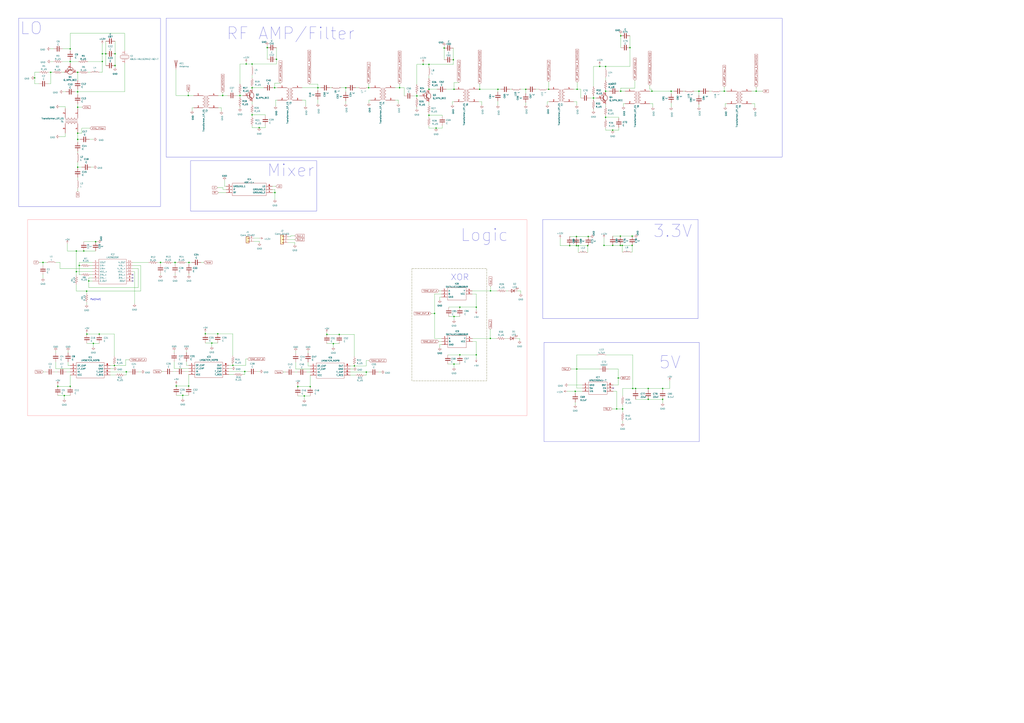
<source format=kicad_sch>
(kicad_sch (version 20230121) (generator eeschema)
  (paper "A1")
  (lib_symbols
    (symbol "Connector_Generic:Conn_01x02" (pin_names (offset 1.016) hide)
      (property "Reference" "J" (at 0 2.54 0))
      (property "Value" "Conn_01x02" (at 0 -5.08 0))
      (symbol "Conn_01x02_1_1"
        (pin passive line (at -5.08 0 0) (length 3.81) (name "Pin_1") (number "1"))
        (pin passive line (at -5.08 -2.54 0) (length 3.81) (name "Pin_2") (number "2"))
      )
    )
    (symbol "Connector_Generic:Conn_01x03" (pin_names (offset 1.016) hide)
      (property "Reference" "J" (at 0 5.08 0))
      (property "Value" "Conn_01x03" (at 0 -5.08 0))
      (symbol "Conn_01x03_1_1"
        (pin passive line (at -5.08 2.54 0) (length 3.81) (name "Pin_1") (number "1"))
        (pin passive line (at -5.08 0 0) (length 3.81) (name "Pin_2") (number "2"))
        (pin passive line (at -5.08 -2.54 0) (length 3.81) (name "Pin_3") (number "3"))
      )
    )
    (symbol "Device:Antenna" (pin_numbers hide) (pin_names (offset 1.016) hide)
      (property "Reference" "AE" (at -1.905 1.905 0))
      (property "Value" "Antenna" (at -1.905 0 0))
      (symbol "Antenna_1_1"
        (pin input line (at 0 -5.08 90) (length 2.54) (name "A") (number "1"))
      )
    )
    (symbol "Device:C" (pin_numbers hide) (pin_names (offset 0.254))
      (property "Reference" "C" (at 0.635 2.54 0))
      (property "Value" "C" (at 0.635 -2.54 0))
      (symbol "C_1_1"
        (pin passive line (at 0 3.81 270) (length 2.794) (name "~") (number "1"))
        (pin passive line (at 0 -3.81 90) (length 2.794) (name "~") (number "2"))
      )
    )
    (symbol "Device:L" (pin_numbers hide) (pin_names (offset 1.016) hide)
      (property "Reference" "L" (at -1.27 0 90))
      (property "Value" "L" (at 1.905 0 90))
      (symbol "L_1_1"
        (pin passive line (at 0 3.81 270) (length 1.27) (name "1") (number "1"))
        (pin passive line (at 0 -3.81 90) (length 1.27) (name "2") (number "2"))
      )
    )
    (symbol "Device:LED" (pin_numbers hide) (pin_names (offset 1.016) hide)
      (property "Reference" "D" (at 0 2.54 0))
      (property "Value" "LED" (at 0 -2.54 0))
      (symbol "LED_1_1"
        (pin passive line (at -3.81 0 0) (length 2.54) (name "K") (number "1"))
        (pin passive line (at 3.81 0 180) (length 2.54) (name "A") (number "2"))
      )
    )
    (symbol "Device:Q_NPN_BCE" (pin_names (offset 0) hide)
      (property "Reference" "Q" (at 5.08 1.27 0))
      (property "Value" "Q_NPN_BCE" (at 5.08 -1.27 0))
      (symbol "Q_NPN_BCE_1_1"
        (pin input line (at -5.08 0 0) (length 5.715) (name "B") (number "1"))
        (pin passive line (at 2.54 5.08 270) (length 2.54) (name "C") (number "2"))
        (pin passive line (at 2.54 -5.08 90) (length 2.54) (name "E") (number "3"))
      )
    )
    (symbol "Device:R_US" (pin_numbers hide) (pin_names (offset 0))
      (property "Reference" "R" (at 2.54 0 90))
      (property "Value" "R_US" (at -2.54 0 90))
      (symbol "R_US_1_1"
        (pin passive line (at 0 3.81 270) (length 1.27) (name "~") (number "1"))
        (pin passive line (at 0 -3.81 90) (length 1.27) (name "~") (number "2"))
      )
    )
    (symbol "Device:Transformer_1P_1S" (pin_names (offset 1.016) hide)
      (property "Reference" "T" (at 0 6.35 0))
      (property "Value" "Transformer_1P_1S" (at 0 -7.62 0))
      (symbol "Transformer_1P_1S_1_1"
        (pin passive line (at -10.16 5.08 0) (length 7.62) (name "AA") (number "1"))
        (pin passive line (at -10.16 -5.08 0) (length 7.62) (name "AB") (number "2"))
        (pin passive line (at 10.16 -5.08 180) (length 7.62) (name "SA") (number "3"))
        (pin passive line (at 10.16 5.08 180) (length 7.62) (name "SB") (number "4"))
      )
    )
    (symbol "SamacSys_Parts:ABLS-49.152MHZ-B2-T" (pin_names (offset 0.762))
      (property "Reference" "Y" (at 8.89 6.35 0))
      (property "Value" "ABLS-49.152MHZ-B2-T" (at 8.89 3.81 0))
      (symbol "ABLS-49.152MHZ-B2-T_0_0"
        (pin passive line (at 0 0 0) (length 2.54) (name "~") (number "1"))
        (pin passive line (at 10.16 0 180) (length 2.54) (name "~") (number "2"))
      )
    )
    (symbol "SamacSys_Parts:ADE-1+" (pin_names (offset 0.762))
      (property "Reference" "IC" (at 34.29 7.62 0))
      (property "Value" "ADE-1+" (at 34.29 5.08 0))
      (symbol "ADE-1+_0_0"
        (pin passive line (at 0 0 0) (length 5.08) (name "GROUND_1") (number "1"))
        (pin passive line (at 0 -2.54 0) (length 5.08) (name "IF") (number "2"))
        (pin passive line (at 0 -5.08 0) (length 5.08) (name "RF") (number "3"))
        (pin passive line (at 38.1 -5.08 180) (length 5.08) (name "GROUND_2") (number "4"))
        (pin passive line (at 38.1 -2.54 180) (length 5.08) (name "GROUND_3") (number "5"))
        (pin passive line (at 38.1 0 180) (length 5.08) (name "LO") (number "6"))
      )
    )
    (symbol "SamacSys_Parts:AP62200WU-7" (pin_names (offset 0.762))
      (property "Reference" "IC" (at 21.59 7.62 0))
      (property "Value" "AP62200WU-7" (at 21.59 5.08 0))
      (symbol "AP62200WU-7_0_0"
        (pin passive line (at 0 0 0) (length 5.08) (name "GND") (number "1"))
        (pin passive line (at 0 -2.54 0) (length 5.08) (name "SW") (number "2"))
        (pin passive line (at 0 -5.08 0) (length 5.08) (name "VIN") (number "3"))
        (pin passive line (at 25.4 -5.08 180) (length 5.08) (name "FB") (number "4"))
        (pin passive line (at 25.4 -2.54 180) (length 5.08) (name "EN") (number "5"))
        (pin passive line (at 25.4 0 180) (length 5.08) (name "BST") (number "6"))
      )
    )
    (symbol "SamacSys_Parts:LM2902DR" (pin_names (offset 0.762))
      (property "Reference" "IC" (at 29.21 7.62 0))
      (property "Value" "LM2902DR" (at 29.21 5.08 0))
      (symbol "LM2902DR_0_0"
        (pin passive line (at 0 0 0) (length 5.08) (name "1OUT") (number "1"))
        (pin passive line (at 33.02 -10.16 180) (length 5.08) (name "3IN_+") (number "10"))
        (pin passive line (at 33.02 -7.62 180) (length 5.08) (name "VCC_-") (number "11"))
        (pin passive line (at 33.02 -5.08 180) (length 5.08) (name "4_IN_+") (number "12"))
        (pin passive line (at 33.02 -2.54 180) (length 5.08) (name "4IN_-") (number "13"))
        (pin passive line (at 33.02 0 180) (length 5.08) (name "4_OUT") (number "14"))
        (pin passive line (at 0 -2.54 0) (length 5.08) (name "1IN-") (number "2"))
        (pin passive line (at 0 -5.08 0) (length 5.08) (name "1IN+") (number "3"))
        (pin passive line (at 0 -7.62 0) (length 5.08) (name "VCC_+") (number "4"))
        (pin passive line (at 0 -10.16 0) (length 5.08) (name "2IN_+") (number "5"))
        (pin passive line (at 0 -12.7 0) (length 5.08) (name "2IN_-") (number "6"))
        (pin passive line (at 0 -15.24 0) (length 5.08) (name "2_OUT") (number "7"))
        (pin passive line (at 33.02 -15.24 180) (length 5.08) (name "3OUT") (number "8"))
        (pin passive line (at 33.02 -12.7 180) (length 5.08) (name "3IN_-") (number "9"))
      )
    )
    (symbol "SamacSys_Parts:LM567CM_NOPB" (pin_names (offset 0.762))
      (property "Reference" "IC" (at 29.21 7.62 0))
      (property "Value" "LM567CM_NOPB" (at 29.21 5.08 0))
      (symbol "LM567CM_NOPB_0_0"
        (pin passive line (at 0 0 0) (length 5.08) (name "OF_CAP") (number "1"))
        (pin passive line (at 0 -2.54 0) (length 5.08) (name "LF_CAP") (number "2"))
        (pin passive line (at 0 -5.08 0) (length 5.08) (name "IN") (number "3"))
        (pin passive line (at 0 -7.62 0) (length 5.08) (name "VCC") (number "4"))
        (pin passive line (at 33.02 -7.62 180) (length 5.08) (name "T_RES") (number "5"))
        (pin passive line (at 33.02 -5.08 180) (length 5.08) (name "T_CAP") (number "6"))
        (pin passive line (at 33.02 -2.54 180) (length 5.08) (name "GND") (number "7"))
        (pin passive line (at 33.02 0 180) (length 5.08) (name "OUT") (number "8"))
      )
    )
    (symbol "SamacSys_Parts:SN74LVC1G86DBVR" (pin_names (offset 0.762))
      (property "Reference" "IC" (at 21.59 7.62 0))
      (property "Value" "SN74LVC1G86DBVR" (at 21.59 5.08 0))
      (symbol "SN74LVC1G86DBVR_0_0"
        (pin input line (at 0 0 0) (length 5.08) (name "A") (number "1"))
        (pin input line (at 0 -2.54 0) (length 5.08) (name "B") (number "2"))
        (pin power_in line (at 0 -5.08 0) (length 5.08) (name "GND") (number "3"))
        (pin output line (at 25.4 0 180) (length 5.08) (name "Y") (number "4"))
        (pin power_in line (at 25.4 -2.54 180) (length 5.08) (name "VCC") (number "5"))
      )
    )
    (symbol "power:+12V" (power) (pin_names (offset 0))
      (property "Value" "+12V" (at 0 3.556 0))
      (symbol "+12V_1_1"
        (pin power_in line (at 0 0 90) (length 0) hide (name "+12V") (number "1"))
      )
    )
    (symbol "power:+5V" (power) (pin_names (offset 0))
      (property "Value" "+5V" (at 0 3.556 0))
      (symbol "+5V_1_1"
        (pin power_in line (at 0 0 90) (length 0) hide (name "+5V") (number "1"))
      )
    )
    (symbol "power:GND" (power) (pin_names (offset 0))
      (property "Value" "GND" (at 0 -3.81 0))
      (symbol "GND_1_1"
        (pin power_in line (at 0 0 270) (length 0) hide (name "GND") (number "1"))
      )
    )
  )
  (junction (at 201.0389 305.308))
  (junction (at 86.868 44.196))
  (junction (at 503.174 201.676))
  (junction (at 342.392 78.832))
  (junction (at 84.074 44.196))
  (junction (at 254.762 317.754))
  (junction (at 364.744 39.462))
  (junction (at 52.832 325.12))
  (junction (at 182.88 78.486))
  (junction (at 391.16 291.592))
  (junction (at 509.778 29.464))
  (junction (at 28.448 64.008))
  (junction (at 511.302 336.042))
  (junction (at 63.754 88.138))
  (junction (at 278.638 274.828))
  (junction (at 450.596 73.406))
  (junction (at 131.826 215.646))
  (junction (at 519.176 194.056))
  (junction (at 408.94 73.406))
  (junction (at 63.754 75.438))
  (junction (at 249.936 325.374))
  (junction (at 78.486 198.628))
  (junction (at 621.03 74.93))
  (junction (at 68.834 206.248))
  (junction (at 519.176 201.676))
  (junction (at 544.195 319.278))
  (junction (at 352.298 73.406))
  (junction (at 509.778 74.93))
  (junction (at 143.764 215.646))
  (junction (at 372.364 49.114))
  (junction (at 521.9836 319.278))
  (junction (at 431.8 73.406))
  (junction (at 283.972 72.136))
  (junction (at 173.99 281.94))
  (junction (at 219.456 39.116))
  (junction (at 511.048 201.676))
  (junction (at 352.298 52.924))
  (junction (at 473.71 303.276))
  (junction (at 517.398 39.116))
  (junction (at 144.78 317.246))
  (junction (at 62.738 206.2746))
  (junction (at 391.16 252.476))
  (junction (at 197.104 78.486))
  (junction (at 57.658 40.132))
  (junction (at 225.552 72.136))
  (junction (at 497.332 74.93))
  (junction (at 57.658 50.546))
  (junction (at 261.112 72.136))
  (junction (at 496.062 201.676))
  (junction (at 154.94 317.246))
  (junction (at 302.768 72.136))
  (junction (at 94.488 53.848))
  (junction (at 473.456 201.93))
  (junction (at 76.708 282.194))
  (junction (at 63.754 59.436))
  (junction (at 535.432 74.93))
  (junction (at 65.0593 218.186))
  (junction (at 207.01 94.396))
  (junction (at 492.506 54.61))
  (junction (at 372.872 299.212))
  (junction (at 473.964 73.406))
  (junction (at 532.384 328.168))
  (junction (at 202.184 52.578))
  (junction (at 168.656 274.32))
  (junction (at 551.18 74.93))
  (junction (at 506.476 336.042))
  (junction (at 402.717 278.13))
  (junction (at 483.108 194.31))
  (junction (at 393.954 73.406))
  (junction (at 35.306 215.646))
  (junction (at 544.195 328.168))
  (junction (at 594.868 74.93))
  (junction (at 372.872 260.096))
  (junction (at 47.498 317.5))
  (junction (at 63.754 114.554))
  (junction (at 482.6 201.93))
  (junction (at 347.472 52.924))
  (junction (at 81.534 274.574))
  (junction (at 63.754 137.414))
  (junction (at 57.658 317.5))
  (junction (at 93.98 300.482))
  (junction (at 503.174 106.934))
  (junction (at 225.806 158.242))
  (junction (at 41.656 59.436))
  (junction (at 356.87 257.556))
  (junction (at 474.98 201.93))
  (junction (at 300.8609 305.816))
  (junction (at 178.816 274.32))
  (junction (at 497.332 54.61))
  (junction (at 377.698 252.476))
  (junction (at 519.684 319.278))
  (junction (at 472.44 321.564))
  (junction (at 273.812 282.448))
  (junction (at 473.456 194.31))
  (junction (at 509.524 194.056))
  (junction (at 84.074 50.546))
  (junction (at 358.14 105.248))
  (junction (at 72.8536 230.886))
  (junction (at 154.686 78.486))
  (junction (at 207.01 72.136))
  (junction (at 71.374 274.574))
  (junction (at 63.754 109.474))
  (junction (at 62.738 223.266))
  (junction (at 402.844 239.014))
  (junction (at 191.262 300.228))
  (junction (at 155.194 215.646))
  (junction (at 467.868 201.93))
  (junction (at 212.852 104.902))
  (junction (at 487.426 80.518))
  (junction (at 574.04 74.93))
  (junction (at 507.746 310.6587))
  (junction (at 352.298 94.742))
  (junction (at 509.524 201.676))
  (junction (at 532.3716 319.278))
  (junction (at 150.114 324.866))
  (junction (at 268.478 274.828))
  (junction (at 328.168 72.136))
  (junction (at 372.872 73.406))
  (junction (at 207.01 52.578))
  (junction (at 227.076 48.768))
  (junction (at 103.7569 305.562))
  (junction (at 71.12 239.268))
  (junction (at 244.602 317.754))
  (junction (at 377.698 291.592))
  (junction (at 497.332 96.428))
  (junction (at 291.084 300.736))
  (junction (at 94.488 44.196))
  (no_connect (at 503.682 319.024))
  (no_connect (at 108.966 228.346))
  (no_connect (at 108.966 230.886))
  (no_connect (at 108.966 225.806))
  (wire (pts (xy 35.306 215.646) (xy 38.354 215.646)))
  (wire (pts (xy 377.698 291.592) (xy 391.16 291.592)))
  (wire (pts (xy 52.832 325.12) (xy 57.658 325.12)))
  (wire (pts (xy 474.98 207.518) (xy 474.98 201.93)))
  (wire (pts (xy 408.94 73.406) (xy 408.94 75.438)))
  (wire (pts (xy 509.778 74.93) (xy 513.334 74.93)))
  (wire (pts (xy 57.658 50.546) (xy 57.658 51.816)))
  (wire (pts (xy 283.972 83.058) (xy 283.972 85.09)))
  (wire (pts (xy 63.754 88.138) (xy 63.754 89.154)))
  (wire (pts (xy 72.8536 228.346) (xy 72.8536 230.886)))
  (wire (pts (xy 408.94 83.058) (xy 408.94 86.36)))
  (wire (pts (xy 427.736 239.014) (xy 427.736 241.3)))
  (wire (pts (xy 508 74.93) (xy 509.778 74.93)))
  (wire (pts (xy 103.124 295.656) (xy 103.124 300.482)))
  (wire (pts (xy 207.01 52.578) (xy 227.076 52.578)))
  (wire (pts (xy 35.56 305.562) (xy 37.338 305.562)))
  (wire (pts (xy 252.984 297.688) (xy 252.984 300.736)))
  (wire (pts (xy 63.754 85.344) (xy 63.754 88.138)))
  (wire (pts (xy 236.728 194.31) (xy 238.852 194.31)))
  (wire (pts (xy 201.8306 300.228) (xy 191.262 300.228)))
  (wire (pts (xy 544.195 328.168) (xy 544.195 331.089)))
  (wire (pts (xy 155.194 215.646) (xy 155.194 217.17)))
  (wire (pts (xy 391.16 252.476) (xy 391.16 255.016)))
  (wire (pts (xy 225.552 72.136) (xy 227.838 72.136)))
  (wire (pts (xy 474.98 201.93) (xy 482.6 201.93)))
  (wire (pts (xy 487.426 89.662) (xy 487.426 90.932)))
  (wire (pts (xy 187.96 300.228) (xy 191.262 300.228)))
  (wire (pts (xy 84.074 44.196) (xy 86.868 44.196)))
  (wire (pts (xy 84.074 50.546) (xy 84.074 59.436)))
  (wire (pts (xy 521.97 328.168) (xy 532.384 328.168)))
  (wire (pts (xy 223.774 158.242) (xy 225.806 158.242)))
  (wire (pts (xy 497.332 74.93) (xy 500.38 74.93)))
  (wire (pts (xy 41.656 59.436) (xy 43.434 59.436)))
  (wire (pts (xy 372.364 52.924) (xy 372.364 49.114)))
  (wire (pts (xy 263.398 72.136) (xy 261.112 72.136)))
  (wire (pts (xy 487.426 80.518) (xy 487.426 78.74)))
  (wire (pts (xy 242.824 297.688) (xy 242.824 303.276)))
  (wire (pts (xy 207.01 93.218) (xy 207.01 94.396)))
  (wire (pts (xy 509.778 72.39) (xy 509.778 74.93)))
  (wire (pts (xy 191.262 300.228) (xy 191.262 299.974)))
  (wire (pts (xy 535.432 73.406) (xy 535.432 74.93)))
  (wire (pts (xy 28.448 64.008) (xy 28.448 68.834)))
  (wire (pts (xy 254 69.088) (xy 261.112 69.088)))
  (wire (pts (xy 473.964 73.406) (xy 477.012 73.406)))
  (wire (pts (xy 512.064 87.376) (xy 512.064 85.09)))
  (wire (pts (xy 536.194 85.09) (xy 533.654 85.09)))
  (wire (pts (xy 342.392 78.832) (xy 344.678 78.832)))
  (wire (pts (xy 387.858 239.014) (xy 402.844 239.014)))
  (wire (pts (xy 154.686 78.486) (xy 159.004 78.486)))
  (wire (pts (xy 86.868 33.782) (xy 86.868 44.196)))
  (wire (pts (xy 144.78 315.976) (xy 144.78 317.246)))
  (wire (pts (xy 62.738 59.436) (xy 63.754 59.436)))
  (wire (pts (xy 45.72 297.434) (xy 45.72 303.022)))
  (wire (pts (xy 468.884 303.276) (xy 473.71 303.276)))
  (wire (pts (xy 327.152 82.296) (xy 324.612 82.296)))
  (wire (pts (xy 232.664 305.816) (xy 234.442 305.816)))
  (wire (pts (xy 287.782 305.816) (xy 300.8609 305.816)))
  (wire (pts (xy 242.189 200.914) (xy 242.189 199.39)))
  (wire (pts (xy 300.8609 305.816) (xy 303.276 305.816)))
  (wire (pts (xy 45.72 288.29) (xy 45.72 289.814)))
  (wire (pts (xy 252.984 288.544) (xy 252.984 290.068)))
  (wire (pts (xy 106.172 295.656) (xy 103.124 295.656)))
  (wire (pts (xy 102.362 75.438) (xy 102.362 51.816)))
  (wire (pts (xy 66.548 225.806) (xy 65.0593 225.806)))
  (wire (pts (xy 217.932 94.396) (xy 207.01 94.396)))
  (wire (pts (xy 63.754 59.436) (xy 64.77 59.436)))
  (wire (pts (xy 497.332 54.61) (xy 497.332 56.388)))
  (wire (pts (xy 102.362 308.102) (xy 103.7569 308.102)))
  (wire (pts (xy 621.03 71.628) (xy 621.03 74.93)))
  (wire (pts (xy 521.9836 319.278) (xy 532.3716 319.278)))
  (wire (pts (xy 595.63 85.09) (xy 596.9 85.09)))
  (wire (pts (xy 352.298 83.912) (xy 352.298 85.944)))
  (wire (pts (xy 473.71 319.024) (xy 473.71 303.276)))
  (wire (pts (xy 361.188 246.38) (xy 361.188 244.094)))
  (wire (pts (xy 356.87 278.13) (xy 362.712 278.13)))
  (wire (pts (xy 71.374 274.574) (xy 81.534 274.574)))
  (wire (pts (xy 185.674 153.162) (xy 184.404 153.162)))
  (wire (pts (xy 358.902 73.406) (xy 352.298 73.406)))
  (wire (pts (xy 39.624 68.834) (xy 41.656 68.834)))
  (wire (pts (xy 168.656 272.796) (xy 168.656 274.32)))
  (wire (pts (xy 352.298 71.974) (xy 352.298 73.406)))
  (wire (pts (xy 376.936 67.818) (xy 372.872 67.818)))
  (wire (pts (xy 364.744 49.114) (xy 364.744 39.462)))
  (wire (pts (xy 144.78 317.246) (xy 154.94 317.246)))
  (wire (pts (xy 472.44 321.564) (xy 472.44 323.088)))
  (wire (pts (xy 532.384 320.548) (xy 532.3716 320.548)))
  (wire (pts (xy 102.362 41.656) (xy 102.362 27.432)))
  (wire (pts (xy 497.332 64.008) (xy 497.332 66.04)))
  (wire (pts (xy 473.456 194.31) (xy 483.108 194.31)))
  (wire (pts (xy 179.324 158.242) (xy 185.674 158.242)))
  (wire (pts (xy 72.136 50.546) (xy 84.074 50.546)))
  (wire (pts (xy 225.806 158.242) (xy 225.806 163.83)))
  (wire (pts (xy 402.717 278.13) (xy 407.67 278.13)))
  (wire (pts (xy 75.946 215.646) (xy 65.0593 215.646)))
  (wire (pts (xy 103.7569 308.102) (xy 103.7569 305.562)))
  (wire (pts (xy 71.12 239.268) (xy 71.12 241.046)))
  (wire (pts (xy 65.0593 215.646) (xy 65.0593 218.186)))
  (wire (pts (xy 242.824 288.544) (xy 242.824 290.068)))
  (wire (pts (xy 511.302 336.042) (xy 511.302 338.582)))
  (wire (pts (xy 63.754 138.176) (xy 63.754 137.414)))
  (wire (pts (xy 201.0389 305.308) (xy 203.454 305.308)))
  (wire (pts (xy 55.372 200.152) (xy 55.372 206.2746)))
  (wire (pts (xy 261.112 81.788) (xy 261.112 85.09)))
  (wire (pts (xy 449.58 73.406) (xy 450.596 73.406)))
  (wire (pts (xy 207.01 72.136) (xy 207.01 73.406)))
  (wire (pts (xy 521.462 72.39) (xy 509.778 72.39)))
  (wire (pts (xy 57.658 27.432) (xy 57.658 40.132)))
  (wire (pts (xy 131.826 215.646) (xy 134.366 215.646)))
  (wire (pts (xy 249.936 325.374) (xy 249.936 328.168)))
  (wire (pts (xy 179.324 78.486) (xy 182.88 78.486)))
  (wire (pts (xy 151.892 305.308) (xy 154.94 305.308)))
  (wire (pts (xy 393.954 73.406) (xy 408.94 73.406)))
  (wire (pts (xy 361.188 283.21) (xy 362.712 283.21)))
  (wire (pts (xy 51.054 59.436) (xy 52.578 59.436)))
  (wire (pts (xy 268.478 274.828) (xy 278.638 274.828)))
  (wire (pts (xy 142.24 305.308) (xy 144.272 305.308)))
  (wire (pts (xy 153.162 300.228) (xy 154.94 300.228)))
  (wire (pts (xy 55.88 300.482) (xy 57.658 300.482)))
  (wire (pts (xy 487.426 54.61) (xy 492.506 54.61)))
  (wire (pts (xy 197.104 52.578) (xy 202.184 52.578)))
  (wire (pts (xy 113.6052 220.726) (xy 113.6052 236.3617)))
  (wire (pts (xy 115.57 239.268) (xy 115.57 218.186)))
  (wire (pts (xy 424.942 239.014) (xy 427.736 239.014)))
  (wire (pts (xy 352.298 73.406) (xy 352.298 73.752)))
  (wire (pts (xy 110.49 223.266) (xy 110.49 249.682)))
  (wire (pts (xy 551.18 84.582) (xy 551.18 87.884)))
  (wire (pts (xy 67.1736 109.474) (xy 63.754 109.474)))
  (wire (pts (xy 497.332 73.66) (xy 497.332 74.93)))
  (wire (pts (xy 361.188 244.094) (xy 362.458 244.094)))
  (wire (pts (xy 178.562 154.178) (xy 183.134 154.178)))
  (wire (pts (xy 73.914 105.41) (xy 67.1736 105.41)))
  (wire (pts (xy 519.684 291.592) (xy 497.84 291.592)))
  (wire (pts (xy 356.87 241.554) (xy 356.87 257.556)))
  (wire (pts (xy 472.44 330.708) (xy 472.44 332.74)))
  (wire (pts (xy 248.158 72.136) (xy 261.112 72.136)))
  (wire (pts (xy 187.96 302.768) (xy 190.246 302.768)))
  (wire (pts (xy 244.602 325.374) (xy 249.936 325.374)))
  (wire (pts (xy 181.864 88.646) (xy 179.324 88.646)))
  (wire (pts (xy 203.454 295.148) (xy 201.8306 295.148)))
  (wire (pts (xy 492.506 54.61) (xy 497.332 54.61)))
  (wire (pts (xy 157.734 90.932) (xy 157.734 88.646)))
  (wire (pts (xy 197.104 69.088) (xy 197.104 52.578)))
  (wire (pts (xy 238.852 193.802) (xy 242.189 193.802)))
  (wire (pts (xy 291.084 300.736) (xy 291.084 300.482)))
  (wire (pts (xy 39.878 59.436) (xy 41.656 59.436)))
  (wire (pts (xy 63.754 124.46) (xy 63.754 125.73)))
  (wire (pts (xy 418.846 73.406) (xy 420.116 73.406)))
  (wire (pts (xy 519.176 194.056) (xy 520.954 194.056)))
  (wire (pts (xy 473.71 291.592) (xy 473.71 303.276)))
  (wire (pts (xy 621.03 74.93) (xy 626.364 74.93)))
  (wire (pts (xy 347.472 52.924) (xy 352.298 52.924)))
  (wire (pts (xy 94.488 44.196) (xy 94.488 53.848)))
  (wire (pts (xy 41.402 40.132) (xy 43.942 40.132)))
  (wire (pts (xy 354.076 257.556) (xy 356.87 257.556)))
  (wire (pts (xy 143.002 302.768) (xy 154.94 302.768)))
  (wire (pts (xy 302.768 68.834) (xy 302.768 72.136)))
  (wire (pts (xy 517.398 29.464) (xy 517.398 39.116)))
  (wire (pts (xy 473.71 303.276) (xy 492.252 303.276)))
  (wire (pts (xy 473.964 67.564) (xy 473.964 73.406)))
  (wire (pts (xy 131.826 217.17) (xy 131.826 215.646)))
  (wire (pts (xy 424.18 278.13) (xy 426.72 278.13)))
  (wire (pts (xy 63.754 114.554) (xy 65.786 114.554)))
  (wire (pts (xy 431.8 73.406) (xy 427.736 73.406)))
  (wire (pts (xy 47.498 316.23) (xy 47.498 317.5)))
  (wire (pts (xy 471.17 73.406) (xy 473.964 73.406)))
  (wire (pts (xy 415.29 278.13) (xy 416.56 278.13)))
  (wire (pts (xy 165.1 215.646) (xy 167.386 215.646)))
  (wire (pts (xy 150.114 324.866) (xy 150.114 327.66)))
  (wire (pts (xy 187.96 307.848) (xy 192.024 307.848)))
  (wire (pts (xy 299.466 308.356) (xy 300.8609 308.356)))
  (wire (pts (xy 507.746 316.484) (xy 507.746 310.6587)))
  (wire (pts (xy 511.048 201.676) (xy 519.176 201.676)))
  (wire (pts (xy 361.188 283.21) (xy 361.188 285.496)))
  (wire (pts (xy 619.76 85.09) (xy 617.22 85.09)))
  (wire (pts (xy 393.192 73.406) (xy 393.954 73.406)))
  (wire (pts (xy 467.868 194.31) (xy 473.456 194.31)))
  (wire (pts (xy 591.82 74.93) (xy 594.868 74.93)))
  (wire (pts (xy 574.04 85.852) (xy 574.04 87.884)))
  (wire (pts (xy 391.16 241.554) (xy 387.858 241.554)))
  (wire (pts (xy 197.104 78.486) (xy 199.39 78.486)))
  (wire (pts (xy 103.7569 305.562) (xy 106.172 305.562)))
  (wire (pts (xy 44.958 305.562) (xy 46.99 305.562)))
  (wire (pts (xy 225.552 68.326) (xy 225.552 72.136)))
  (wire (pts (xy 51.562 40.132) (xy 57.658 40.132)))
  (wire (pts (xy 363.22 103.216) (xy 363.22 105.248)))
  (wire (pts (xy 508.254 96.428) (xy 497.332 96.428)))
  (wire (pts (xy 86.868 53.848) (xy 86.868 44.196)))
  (wire (pts (xy 244.602 316.484) (xy 244.602 317.754)))
  (wire (pts (xy 472.44 321.564) (xy 478.282 321.564)))
  (wire (pts (xy 300.6928 300.736) (xy 291.084 300.736)))
  (wire (pts (xy 244.602 317.754) (xy 254.762 317.754)))
  (wire (pts (xy 219.456 48.768) (xy 219.456 39.116)))
  (wire (pts (xy 63.754 75.438) (xy 102.362 75.438)))
  (wire (pts (xy 74.168 225.806) (xy 75.946 225.806)))
  (wire (pts (xy 283.972 72.136) (xy 283.972 75.438)))
  (wire (pts (xy 242.062 305.816) (xy 244.094 305.816)))
  (wire (pts (xy 415.798 239.014) (xy 417.322 239.014)))
  (wire (pts (xy 76.708 282.194) (xy 76.708 284.988)))
  (wire (pts (xy 183.134 154.178) (xy 183.134 155.702)))
  (wire (pts (xy 93.98 274.574) (xy 93.98 292.608)))
  (wire (pts (xy 254.762 308.356) (xy 254.762 317.754)))
  (wire (pts (xy 63.754 137.414) (xy 63.754 133.35)))
  (wire (pts (xy 519.684 291.592) (xy 519.684 319.278)))
  (wire (pts (xy 71.374 273.558) (xy 71.374 274.574)))
  (wire (pts (xy 28.448 68.834) (xy 32.004 68.834)))
  (wire (pts (xy 363.22 105.248) (xy 358.14 105.248)))
  (wire (pts (xy 155.194 215.646) (xy 157.48 215.646)))
  (wire (pts (xy 487.426 71.12) (xy 487.426 54.61)))
  (wire (pts (xy 503.682 321.564) (xy 506.476 321.564)))
  (wire (pts (xy 324.612 72.136) (xy 328.168 72.136)))
  (wire (pts (xy 191.262 274.32) (xy 191.262 292.354)))
  (wire (pts (xy 450.596 73.406) (xy 450.85 73.406)))
  (wire (pts (xy 352.298 52.924) (xy 352.298 54.702)))
  (wire (pts (xy 467.36 201.93) (xy 467.868 201.93)))
  (wire (pts (xy 372.364 39.462) (xy 372.364 49.114)))
  (wire (pts (xy 532.3716 319.278) (xy 544.195 319.278)))
  (wire (pts (xy 197.104 78.486) (xy 197.104 80.01)))
  (wire (pts (xy 388.112 278.13) (xy 402.717 278.13)))
  (wire (pts (xy 496.062 201.676) (xy 496.062 201.7026)))
  (wire (pts (xy 41.656 50.546) (xy 43.688 50.546)))
  (wire (pts (xy 450.596 67.056) (xy 450.596 73.406)))
  (wire (pts (xy 72.39 59.436) (xy 74.168 59.436)))
  (wire (pts (xy 178.816 274.32) (xy 191.262 274.32)))
  (wire (pts (xy 65.0593 218.186) (xy 66.294 218.186)))
  (wire (pts (xy 426.72 278.13) (xy 426.72 279.908)))
  (wire (pts (xy 57.658 50.546) (xy 64.516 50.546)))
  (wire (pts (xy 342.392 78.832) (xy 342.392 80.356)))
  (wire (pts (xy 508.254 106.934) (xy 503.174 106.934)))
  (wire (pts (xy 225.806 155.702) (xy 225.806 158.242)))
  (wire (pts (xy 533.654 74.93) (xy 535.432 74.93)))
  (wire (pts (xy 173.99 281.94) (xy 178.816 281.94)))
  (wire (pts (xy 224.282 72.136) (xy 225.552 72.136)))
  (wire (pts (xy 402.844 235.204) (xy 402.844 239.014)))
  (wire (pts (xy 93.98 300.482) (xy 93.98 300.228)))
  (wire (pts (xy 154.686 75.692) (xy 154.686 78.486)))
  (wire (pts (xy 129.54 215.646) (xy 131.826 215.646)))
  (wire (pts (xy 48.768 112.268) (xy 53.594 112.268)))
  (wire (pts (xy 143.764 217.17) (xy 143.764 215.646)))
  (wire (pts (xy 63.754 75.438) (xy 63.754 77.724)))
  (wire (pts (xy 287.782 300.736) (xy 291.084 300.736)))
  (wire (pts (xy 108.966 223.266) (xy 110.49 223.266)))
  (wire (pts (xy 550.037 312.928) (xy 550.037 319.278)))
  (wire (pts (xy 509.524 201.676) (xy 511.048 201.676)))
  (wire (pts (xy 211.074 305.308) (xy 213.106 305.308)))
  (wire (pts (xy 223.774 155.702) (xy 225.806 155.702)))
  (wire (pts (xy 54.61 305.562) (xy 57.658 305.562)))
  (wire (pts (xy 72.8536 228.346) (xy 75.946 228.346)))
  (wire (pts (xy 90.678 308.102) (xy 94.742 308.102)))
  (wire (pts (xy 327.152 85.09) (xy 327.152 82.296)))
  (wire (pts (xy 360.172 280.67) (xy 362.712 280.67)))
  (wire (pts (xy 477.012 73.406) (xy 477.012 80.518)))
  (wire (pts (xy 533.654 70.104) (xy 533.654 73.406)))
  (wire (pts (xy 363.22 95.596) (xy 363.22 94.742)))
  (wire (pts (xy 292.354 72.136) (xy 294.132 72.136)))
  (wire (pts (xy 67.1736 105.41) (xy 67.1736 109.474)))
  (wire (pts (xy 28.448 59.436) (xy 28.448 64.008)))
  (wire (pts (xy 45.72 303.022) (xy 57.658 303.022)))
  (wire (pts (xy 487.426 80.518) (xy 487.426 82.042)))
  (wire (pts (xy 283.972 72.136) (xy 279.908 72.136)))
  (wire (pts (xy 536.194 87.884) (xy 536.194 85.09)))
  (wire (pts (xy 467.868 201.93) (xy 473.456 201.93)))
  (wire (pts (xy 512.064 85.09) (xy 513.334 85.09)))
  (wire (pts (xy 532.3716 320.548) (xy 532.3716 319.278)))
  (wire (pts (xy 152.908 215.646) (xy 155.194 215.646)))
  (wire (pts (xy 352.298 94.742) (xy 352.298 96.104)))
  (wire (pts (xy 63.754 73.406) (xy 63.754 75.438)))
  (wire (pts (xy 62.738 239.2196) (xy 71.12 239.2196)))
  (wire (pts (xy 32.258 59.436) (xy 28.448 59.436)))
  (wire (pts (xy 32.004 215.646) (xy 35.306 215.646)))
  (wire (pts (xy 242.189 199.39) (xy 236.728 199.39)))
  (wire (pts (xy 47.498 317.5) (xy 57.658 317.5)))
  (wire (pts (xy 356.87 257.556) (xy 356.87 278.13)))
  (wire (pts (xy 544.195 320.548) (xy 544.195 319.278)))
  (wire (pts (xy 207.01 52.578) (xy 207.01 54.356)))
  (wire (pts (xy 507.746 303.276) (xy 499.872 303.276)))
  (wire (pts (xy 509.524 194.056) (xy 519.176 194.056)))
  (wire (pts (xy 574.04 74.93) (xy 574.04 78.232)))
  (wire (pts (xy 57.658 49.276) (xy 57.658 50.546)))
  (wire (pts (xy 328.168 72.136) (xy 331.978 72.136)))
  (wire (pts (xy 372.872 67.818) (xy 372.872 73.406)))
  (wire (pts (xy 207.01 72.136) (xy 216.662 72.136)))
  (wire (pts (xy 132.842 305.308) (xy 134.62 305.308)))
  (wire (pts (xy 310.896 305.816) (xy 312.928 305.816)))
  (wire (pts (xy 342.392 87.976) (xy 342.392 89.246)))
  (wire (pts (xy 278.638 274.828) (xy 291.084 274.828)))
  (wire (pts (xy 467.36 201.93) (xy 467.36 201.9566)))
  (wire (pts (xy 459.994 195.834) (xy 459.994 201.9566)))
  (wire (pts (xy 84.074 36.068) (xy 84.074 44.196)))
  (wire (pts (xy 352.298 103.724) (xy 352.298 105.248)))
  (wire (pts (xy 108.966 215.646) (xy 121.92 215.646)))
  (wire (pts (xy 217.932 95.25) (xy 217.932 94.396)))
  (wire (pts (xy 473.71 86.36) (xy 473.71 83.566)))
  (wire (pts (xy 63.754 155.194) (xy 63.754 157.226)))
  (wire (pts (xy 62.738 223.266) (xy 62.738 226.314)))
  (wire (pts (xy 511.302 332.994) (xy 511.302 336.042)))
  (wire (pts (xy 360.426 239.014) (xy 362.458 239.014)))
  (wire (pts (xy 73.914 218.186) (xy 75.946 218.186)))
  (wire (pts (xy 49.276 215.646) (xy 49.276 220.726)))
  (wire (pts (xy 71.12 239.2196) (xy 71.12 239.268)))
  (wire (pts (xy 473.71 83.566) (xy 471.17 83.566)))
  (wire (pts (xy 144.526 57.15) (xy 144.526 78.486)))
  (wire (pts (xy 131.826 224.79) (xy 131.826 225.806)))
  (wire (pts (xy 503.682 316.484) (xy 507.746 316.484)))
  (wire (pts (xy 372.872 299.212) (xy 372.872 302.006)))
  (wire (pts (xy 90.678 300.482) (xy 93.98 300.482)))
  (wire (pts (xy 202.184 52.578) (xy 207.01 52.578)))
  (wire (pts (xy 217.932 102.87) (xy 217.932 104.902)))
  (wire (pts (xy 238.852 194.31) (xy 238.852 193.802)))
  (wire (pts (xy 226.314 82.296) (xy 227.838 82.296)))
  (wire (pts (xy 81.534 274.574) (xy 93.98 274.574)))
  (wire (pts (xy 208.407 195.834) (xy 213.106 195.834)))
  (wire (pts (xy 363.22 94.742) (xy 352.298 94.742)))
  (wire (pts (xy 483.108 194.31) (xy 484.886 194.31)))
  (wire (pts (xy 352.298 52.924) (xy 372.364 52.924)))
  (wire (pts (xy 227.076 39.116) (xy 227.076 48.768)))
  (wire (pts (xy 372.872 73.406) (xy 366.522 73.406)))
  (wire (pts (xy 173.99 281.94) (xy 173.99 284.734)))
  (wire (pts (xy 113.6052 236.3617) (xy 72.8536 236.3617)))
  (wire (pts (xy 94.488 33.782) (xy 94.488 44.196)))
  (wire (pts (xy 71.374 282.194) (xy 76.708 282.194)))
  (wire (pts (xy 449.58 85.852) (xy 449.58 83.566)))
  (wire (pts (xy 65.0593 225.806) (xy 65.0593 218.186)))
  (wire (pts (xy 574.04 74.93) (xy 569.976 74.93)))
  (wire (pts (xy 484.632 80.518) (xy 487.426 80.518)))
  (wire (pts (xy 342.392 78.832) (xy 342.392 77.054)))
  (wire (pts (xy 352.298 93.564) (xy 352.298 94.742)))
  (wire (pts (xy 521.9836 320.548) (xy 521.9836 319.278)))
  (wire (pts (xy 74.676 137.414) (xy 76.708 137.414)))
  (wire (pts (xy 594.868 74.93) (xy 596.9 74.93)))
  (wire (pts (xy 342.392 52.924) (xy 347.472 52.924)))
  (wire (pts (xy 372.872 260.096) (xy 372.872 262.89)))
  (wire (pts (xy 236.728 196.85) (xy 242.189 196.85)))
  (wire (pts (xy 303.022 82.296) (xy 304.292 82.296)))
  (wire (pts (xy 508.254 104.902) (xy 508.254 106.934)))
  (wire (pts (xy 478.282 319.024) (xy 473.71 319.024)))
  (wire (pts (xy 113.792 305.562) (xy 115.824 305.562)))
  (wire (pts (xy 268.478 273.304) (xy 268.478 274.828)))
  (wire (pts (xy 342.392 69.434) (xy 342.392 52.924)))
  (wire (pts (xy 302.768 72.136) (xy 304.292 72.136)))
  (wire (pts (xy 331.978 72.136) (xy 331.978 78.832)))
  (wire (pts (xy 63.754 59.436) (xy 63.754 65.786)))
  (wire (pts (xy 261.112 69.088) (xy 261.112 72.136)))
  (wire (pts (xy 47.498 325.12) (xy 52.832 325.12)))
  (wire (pts (xy 168.656 281.94) (xy 173.99 281.94)))
  (wire (pts (xy 184.404 153.162) (xy 184.404 148.082)))
  (wire (pts (xy 63.754 116.84) (xy 63.754 114.554)))
  (wire (pts (xy 68.834 198.628) (xy 78.486 198.628)))
  (wire (pts (xy 143.764 224.79) (xy 143.764 226.06)))
  (wire (pts (xy 45.974 215.646) (xy 49.276 215.646)))
  (wire (pts (xy 168.656 274.32) (xy 178.816 274.32)))
  (wire (pts (xy 509.27 310.642) (xy 509.27 310.6587)))
  (wire (pts (xy 287.782 308.356) (xy 291.846 308.356)))
  (wire (pts (xy 194.31 78.486) (xy 197.104 78.486)))
  (wire (pts (xy 371.602 83.566) (xy 372.872 83.566)))
  (wire (pts (xy 431.8 84.328) (xy 431.8 86.36)))
  (wire (pts (xy 94.488 53.848) (xy 94.488 55.626)))
  (wire (pts (xy 71.12 239.268) (xy 115.57 239.268)))
  (wire (pts (xy 108.966 220.726) (xy 113.6052 220.726)))
  (wire (pts (xy 391.16 291.592) (xy 391.16 294.894)))
  (wire (pts (xy 207.01 103.378) (xy 207.01 104.902)))
  (wire (pts (xy 207.01 61.976) (xy 207.01 64.008)))
  (wire (pts (xy 287.782 303.276) (xy 290.068 303.276)))
  (wire (pts (xy 217.932 104.902) (xy 212.852 104.902)))
  (wire (pts (xy 227.076 52.578) (xy 227.076 48.768)))
  (wire (pts (xy 449.58 83.566) (xy 450.85 83.566)))
  (wire (pts (xy 619.76 88.138) (xy 619.76 85.09)))
  (wire (pts (xy 183.134 155.702) (xy 185.674 155.702)))
  (wire (pts (xy 143.002 288.036) (xy 143.002 289.56)))
  (wire (pts (xy 511.302 319.278) (xy 519.684 319.278)))
  (wire (pts (xy 391.16 252.476) (xy 391.16 241.554)))
  (wire (pts (xy 303.022 84.582) (xy 303.022 82.296)))
  (wire (pts (xy 517.398 39.116) (xy 517.398 54.61)))
  (wire (pts (xy 395.732 86.36) (xy 395.732 83.566)))
  (wire (pts (xy 506.476 321.564) (xy 506.476 336.042)))
  (wire (pts (xy 57.658 308.102) (xy 57.658 317.5)))
  (wire (pts (xy 155.194 224.79) (xy 155.194 226.06)))
  (wire (pts (xy 497.332 95.25) (xy 497.332 96.428)))
  (wire (pts (xy 207.01 104.902) (xy 212.852 104.902)))
  (wire (pts (xy 367.792 299.212) (xy 372.872 299.212)))
  (wire (pts (xy 352.298 105.248) (xy 358.14 105.248)))
  (wire (pts (xy 72.8536 230.886) (xy 72.8536 236.3617)))
  (wire (pts (xy 496.062 195.58) (xy 496.062 201.676)))
  (wire (pts (xy 63.754 137.414) (xy 67.056 137.414)))
  (wire (pts (xy 53.594 87.63) (xy 53.594 89.154)))
  (wire (pts (xy 273.812 282.448) (xy 273.812 285.242)))
  (wire (pts (xy 482.6 207.518) (xy 482.6 201.93)))
  (wire (pts (xy 459.994 201.9566) (xy 467.36 201.9566)))
  (wire (pts (xy 503.174 201.676) (xy 496.062 201.676)))
  (wire (pts (xy 63.754 145.796) (xy 63.754 147.574)))
  (wire (pts (xy 497.332 54.61) (xy 517.398 54.61)))
  (wire (pts (xy 153.162 288.036) (xy 153.162 289.56)))
  (wire (pts (xy 154.94 307.848) (xy 154.94 317.246)))
  (wire (pts (xy 35.306 225.806) (xy 35.306 228.6)))
  (wire (pts (xy 511.048 207.264) (xy 511.048 201.676)))
  (wire (pts (xy 509.27 310.6587) (xy 507.746 310.6587)))
  (wire (pts (xy 219.456 39.116) (xy 219.456 37.338)))
  (wire (pts (xy 144.78 324.866) (xy 150.114 324.866)))
  (wire (pts (xy 594.868 71.374) (xy 594.868 74.93)))
  (wire (pts (xy 511.302 325.374) (xy 511.302 319.278)))
  (wire (pts (xy 55.372 206.2746) (xy 62.738 206.2746)))
  (wire (pts (xy 367.792 291.592) (xy 377.698 291.592)))
  (wire (pts (xy 519.176 207.264) (xy 518.668 207.264)))
  (wire (pts (xy 532.384 328.168) (xy 544.195 328.168)))
  (wire (pts (xy 511.302 346.202) (xy 511.302 347.726)))
  (wire (pts (xy 187.96 305.308) (xy 201.0389 305.308)))
  (wire (pts (xy 284.734 72.136) (xy 283.972 72.136)))
  (wire (pts (xy 223.774 153.162) (xy 226.568 153.162)))
  (wire (pts (xy 90.678 303.022) (xy 92.964 303.022)))
  (wire (pts (xy 395.732 83.566) (xy 393.192 83.566)))
  (wire (pts (xy 339.598 78.832) (xy 342.392 78.832)))
  (wire (pts (xy 102.362 27.432) (xy 57.658 27.432)))
  (wire (pts (xy 78.486 206.248) (xy 68.834 206.248)))
  (wire (pts (xy 432.562 73.406) (xy 431.8 73.406)))
  (wire (pts (xy 76.708 282.194) (xy 81.534 282.194)))
  (wire (pts (xy 150.114 324.866) (xy 154.94 324.866)))
  (wire (pts (xy 90.678 305.562) (xy 103.7569 305.562)))
  (wire (pts (xy 300.6928 296.418) (xy 300.6928 300.736)))
  (wire (pts (xy 466.598 316.484) (xy 478.282 316.484)))
  (wire (pts (xy 372.872 299.212) (xy 377.698 299.212)))
  (wire (pts (xy 157.734 88.646) (xy 159.004 88.646)))
  (wire (pts (xy 393.954 69.088) (xy 393.954 73.406)))
  (wire (pts (xy 391.16 291.592) (xy 391.16 280.67)))
  (wire (pts (xy 411.226 73.406) (xy 408.94 73.406)))
  (wire (pts (xy 482.6 201.93) (xy 483.108 201.93)))
  (wire (pts (xy 519.176 207.264) (xy 519.176 201.676)))
  (wire (pts (xy 368.554 260.096) (xy 372.872 260.096)))
  (wire (pts (xy 371.602 85.852) (xy 371.602 83.566)))
  (wire (pts (xy 197.104 78.486) (xy 197.104 76.708)))
  (wire (pts (xy 561.086 74.93) (xy 562.356 74.93)))
  (wire (pts (xy 61.468 75.438) (xy 63.754 75.438)))
  (wire (pts (xy 595.63 87.63) (xy 595.63 85.09)))
  (wire (pts (xy 251.714 305.816) (xy 254.762 305.816)))
  (wire (pts (xy 356.87 241.554) (xy 362.458 241.554)))
  (wire (pts (xy 202.184 51.308) (xy 202.184 52.578)))
  (wire (pts (xy 487.426 80.518) (xy 489.712 80.518)))
  (wire (pts (xy 402.717 270.637) (xy 402.717 278.13)))
  (wire (pts (xy 53.594 112.268) (xy 53.594 109.474)))
  (wire (pts (xy 52.832 325.12) (xy 52.832 327.914)))
  (wire (pts (xy 181.864 91.44) (xy 181.864 88.646)))
  (wire (pts (xy 328.168 69.088) (xy 328.168 72.136)))
  (wire (pts (xy 143.002 297.18) (xy 143.002 302.768)))
  (wire (pts (xy 503.174 201.676) (xy 509.524 201.676)))
  (wire (pts (xy 503.174 194.056) (xy 509.524 194.056)))
  (wire (pts (xy 574.802 74.93) (xy 574.04 74.93)))
  (wire (pts (xy 252.984 300.736) (xy 254.762 300.736)))
  (wire (pts (xy 508.254 97.282) (xy 508.254 96.428)))
  (wire (pts (xy 226.314 87.122) (xy 226.314 82.296)))
  (wire (pts (xy 497.332 105.41) (xy 497.332 106.934)))
  (wire (pts (xy 497.332 96.428) (xy 497.332 97.79)))
  (wire (pts (xy 78.486 198.628) (xy 80.264 198.628)))
  (wire (pts (xy 301.752 72.136) (xy 302.768 72.136)))
  (wire (pts (xy 268.478 282.448) (xy 273.812 282.448)))
  (wire (pts (xy 271.018 72.136) (xy 272.288 72.136)))
  (wire (pts (xy 103.124 300.482) (xy 93.98 300.482)))
  (wire (pts (xy 141.986 215.646) (xy 143.764 215.646)))
  (wire (pts (xy 364.744 39.462) (xy 364.744 37.684)))
  (wire (pts (xy 197.104 87.63) (xy 197.104 88.9)))
  (wire (pts (xy 242.824 303.276) (xy 254.762 303.276)))
  (wire (pts (xy 48.768 87.63) (xy 53.594 87.63)))
  (wire (pts (xy 553.466 74.93) (xy 551.18 74.93)))
  (wire (pts (xy 49.276 220.726) (xy 75.946 220.726)))
  (wire (pts (xy 473.456 201.93) (xy 474.98 201.93)))
  (wire (pts (xy 497.332 74.93) (xy 497.332 75.438)))
  (wire (pts (xy 533.654 73.406) (xy 535.432 73.406)))
  (wire (pts (xy 440.182 73.406) (xy 441.96 73.406)))
  (wire (pts (xy 201.0389 307.848) (xy 201.0389 305.308)))
  (wire (pts (xy 582.422 74.93) (xy 584.2 74.93)))
  (wire (pts (xy 75.946 223.266) (xy 62.738 223.266)))
  (wire (pts (xy 300.8609 308.356) (xy 300.8609 305.816)))
  (wire (pts (xy 207.01 71.628) (xy 207.01 72.136)))
  (wire (pts (xy 507.746 310.6587) (xy 507.746 303.276)))
  (wire (pts (xy 465.836 321.564) (xy 472.44 321.564)))
  (wire (pts (xy 291.084 274.828) (xy 291.084 292.862)))
  (wire (pts (xy 153.162 297.18) (xy 153.162 300.228)))
  (wire (pts (xy 492.506 53.34) (xy 492.506 54.61)))
  (wire (pts (xy 617.22 74.93) (xy 621.03 74.93)))
  (wire (pts (xy 55.88 297.434) (xy 55.88 300.482)))
  (wire (pts (xy 261.112 72.136) (xy 261.112 74.168)))
  (wire (pts (xy 431.8 73.406) (xy 431.8 76.708)))
  (wire (pts (xy 51.816 75.438) (xy 53.848 75.438)))
  (wire (pts (xy 551.18 74.93) (xy 551.18 76.962)))
  (wire (pts (xy 230.378 68.326) (xy 225.552 68.326)))
  (wire (pts (xy 519.684 319.278) (xy 521.9836 319.278)))
  (wire (pts (xy 509.778 39.116) (xy 509.778 29.464)))
  (wire (pts (xy 497.332 106.934) (xy 503.174 106.934)))
  (wire (pts (xy 57.658 40.132) (xy 57.658 41.656)))
  (wire (pts (xy 143.764 215.646) (xy 145.288 215.646)))
  (wire (pts (xy 182.88 76.2) (xy 182.88 78.486)))
  (wire (pts (xy 388.112 280.67) (xy 391.16 280.67)))
  (wire (pts (xy 490.22 291.592) (xy 473.71 291.592)))
  (wire (pts (xy 250.952 82.296) (xy 248.158 82.296)))
  (wire (pts (xy 521.97 320.548) (xy 521.9836 320.548)))
  (wire (pts (xy 62.738 206.248) (xy 62.738 206.2746)))
  (wire (pts (xy 201.8306 295.148) (xy 201.8306 300.228)))
  (wire (pts (xy 273.812 282.448) (xy 278.638 282.448)))
  (wire (pts (xy 544.195 319.278) (xy 550.037 319.278)))
  (wire (pts (xy 35.306 215.646) (xy 35.306 218.186)))
  (wire (pts (xy 502.666 336.042) (xy 506.476 336.042)))
  (wire (pts (xy 144.526 78.486) (xy 154.686 78.486)))
  (wire (pts (xy 41.656 68.834) (xy 41.656 59.436)))
  (wire (pts (xy 303.022 296.418) (xy 300.6928 296.418)))
  (wire (pts (xy 115.57 218.186) (xy 108.966 218.186)))
  (wire (pts (xy 535.432 74.93) (xy 551.18 74.93)))
  (wire (pts (xy 62.738 206.2746) (xy 62.738 223.266)))
  (wire (pts (xy 509.778 29.464) (xy 509.778 27.686)))
  (wire (pts (xy 347.472 51.654) (xy 347.472 52.924)))
  (wire (pts (xy 521.462 66.04) (xy 521.462 72.39)))
  (wire (pts (xy 55.88 288.29) (xy 55.88 289.814)))
  (wire (pts (xy 62.738 206.248) (xy 68.834 206.248)))
  (wire (pts (xy 84.074 59.436) (xy 81.788 59.436)))
  (wire (pts (xy 402.844 239.014) (xy 408.178 239.014)))
  (wire (pts (xy 182.88 78.486) (xy 186.69 78.486)))
  (wire (pts (xy 199.644 307.848) (xy 201.0389 307.848)))
  (wire (pts (xy 352.298 62.322) (xy 352.298 64.354)))
  (wire (pts (xy 368.554 252.476) (xy 377.698 252.476)))
  (wire (pts (xy 63.754 109.474) (xy 63.754 114.554)))
  (wire (pts (xy 506.476 336.042) (xy 511.302 336.042)))
  (wire (pts (xy 67.564 88.138) (xy 63.754 88.138)))
  (wire (pts (xy 71.12 248.666) (xy 71.12 250.19)))
  (wire (pts (xy 377.698 252.476) (xy 391.16 252.476)))
  (wire (pts (xy 372.872 260.096) (xy 377.698 260.096)))
  (wire (pts (xy 249.936 325.374) (xy 254.762 325.374)))
  (wire (pts (xy 57.658 50.546) (xy 51.308 50.546)))
  (wire (pts (xy 250.952 87.122) (xy 250.952 82.296)))
  (wire (pts (xy 213.106 198.374) (xy 208.407 198.374)))
  (wire (pts (xy 84.074 44.196) (xy 84.074 50.546)))
  (wire (pts (xy 62.738 233.934) (xy 62.738 239.2196)))
  (wire (pts (xy 207.01 94.396) (xy 207.01 95.758)))
  (wire (pts (xy 213.106 199.517) (xy 213.106 198.374)))
  (wire (pts (xy 75.946 230.886) (xy 72.8536 230.886)))
  (wire (pts (xy 207.01 83.566) (xy 207.01 85.598)))
  (wire (pts (xy 497.332 85.598) (xy 497.332 87.63)))
  (wire (pts (xy 73.406 114.554) (xy 76.708 114.554)))
  (rectangle (start 15.24 14.986) (end 131.826 169.672))
  (rectangle (start 22.606 180.594) (end 432.816 341.63) (stroke (width 0) (color 255 83 91 1)))
  (rectangle (start 445.77 180.34) (end 573.278 261.874))
  (rectangle (start 338.328 220.726) (end 399.796 312.928) (stroke (width 0) (type dash) (color 72 72 0 1)))
  (rectangle (start 136.398 14.986) (end 642.366 129.032))
  (rectangle (start 446.786 281.432) (end 574.294 362.966))
  (rectangle (start 156.464 132.08) (end 260.096 173.482))
  (text "LO" (at 16.256 29.21 0) (effects (font (size 10 10)) (justify left bottom)))
  (text "Mixer" (at 219.202 146.05 0) (effects (font (size 10 10)) (justify left bottom)))
  (text "RF AMP/Filter" (at 185.674 33.528 0) (effects (font (size 10 10)) (justify left bottom)))
  (text "5V" (at 541.02 303.784 0) (effects (font (size 10 10)) (justify left bottom)))
  (text "Logic" (at 377.952 199.136 0) (effects (font (size 10 10)) (justify left bottom)))
  (text "Pot(Vref)" (at 74.168 246.888 0) (effects (font (size 1.27 1.27)) (justify left bottom)))
  (text "XOR\n" (at 370.078 230.886 0) (effects (font (size 5 5)) (justify left bottom)))
  (text "3.3V" (at 536.194 195.834 0) (effects (font (size 10 10)) (justify left bottom)))
  (global_label "RF_AMP_Filter_3_MATCHED" (shape input) (at 621.03 71.628 90) (property "Intersheetrefs" "${INTERSHEET_REFS}" (effects hide)))
  (global_label "RF_AMP_STAGE_3_MATCHED" (shape input) (at 533.654 70.104 90) (property "Intersheetrefs" "${INTERSHEET_REFS}" (effects hide)))
  (global_label "Out_2" (shape input) (at 402.717 270.637 90) (property "Intersheetrefs" "${INTERSHEET_REFS}" (effects hide)))
  (global_label "LO" (shape input) (at 226.568 153.162 0) (property "Intersheetrefs" "${INTERSHEET_REFS}" (effects hide)))
  (global_label "IF" (shape input) (at 32.004 215.646 180) (property "Intersheetrefs" "${INTERSHEET_REFS}" (effects hide)))
  (global_label "RF_AMP_Filter_1" (shape input) (at 302.768 68.834 90) (property "Intersheetrefs" "${INTERSHEET_REFS}" (effects hide)))
  (global_label "TONE_OUT_B" (shape input) (at 203.454 295.148 0) (property "Intersheetrefs" "${INTERSHEET_REFS}" (effects hide)))
  (global_label "Tone" (shape input) (at 35.56 305.562 180) (property "Intersheetrefs" "${INTERSHEET_REFS}" (effects hide)))
  (global_label "RF_AMP_Filter_1_MATCHED" (shape input) (at 328.168 69.088 90) (property "Intersheetrefs" "${INTERSHEET_REFS}" (effects hide)))
  (global_label "RF_AMP_Filter_2_MATCHED" (shape input) (at 473.964 67.564 90) (property "Intersheetrefs" "${INTERSHEET_REFS}" (effects hide)))
  (global_label "XTAL_Filter" (shape input) (at 73.914 105.41 0) (property "Intersheetrefs" "${INTERSHEET_REFS}" (effects hide)))
  (global_label "TONE_OUT_A" (shape input) (at 106.172 295.656 0) (property "Intersheetrefs" "${INTERSHEET_REFS}" (effects hide)))
  (global_label "Out_2" (shape input) (at 242.189 196.85 0) (property "Intersheetrefs" "${INTERSHEET_REFS}" (effects hide)))
  (global_label "TONE_OUT_C" (shape input) (at 303.022 296.418 0) (property "Intersheetrefs" "${INTERSHEET_REFS}" (effects hide)))
  (global_label "RF_AMP_STAGE_2_MATCHED" (shape input) (at 393.954 69.088 90) (property "Intersheetrefs" "${INTERSHEET_REFS}" (effects hide)))
  (global_label "XTAL" (shape input) (at 67.564 88.138 0) (property "Intersheetrefs" "${INTERSHEET_REFS}" (effects hide)))
  (global_label "TONE_OUT_A" (shape input) (at 360.426 239.014 180) (property "Intersheetrefs" "${INTERSHEET_REFS}" (effects hide)))
  (global_label "TONE_OUT_B" (shape input) (at 354.076 257.556 180) (property "Intersheetrefs" "${INTERSHEET_REFS}" (effects hide)))
  (global_label "Out_1" (shape input) (at 402.844 235.204 90) (property "Intersheetrefs" "${INTERSHEET_REFS}" (effects hide)))
  (global_label "RF_AMP_STAGE_1" (shape input) (at 230.378 68.326 90) (property "Intersheetrefs" "${INTERSHEET_REFS}" (effects hide)))
  (global_label "RF" (shape input) (at 179.324 158.242 180) (property "Intersheetrefs" "${INTERSHEET_REFS}" (effects hide)))
  (global_label "ANT" (shape input) (at 154.686 75.692 90) (property "Intersheetrefs" "${INTERSHEET_REFS}" (effects hide)))
  (global_label "RF_AMP_Filter_3" (shape input) (at 594.868 71.374 90) (property "Intersheetrefs" "${INTERSHEET_REFS}" (effects hide)))
  (global_label "FB_2" (shape input) (at 502.666 336.042 180) (property "Intersheetrefs" "${INTERSHEET_REFS}" (effects hide)))
  (global_label "ANT_MATCHED" (shape input) (at 182.88 76.2 90) (property "Intersheetrefs" "${INTERSHEET_REFS}" (effects hide)))
  (global_label "Tone" (shape input) (at 232.664 305.816 180) (property "Intersheetrefs" "${INTERSHEET_REFS}" (effects hide)))
  (global_label "LO" (shape input) (at 63.754 157.226 270) (property "Intersheetrefs" "${INTERSHEET_REFS}" (effects hide)))
  (global_label "IF" (shape input) (at 178.562 154.178 180) (property "Intersheetrefs" "${INTERSHEET_REFS}" (effects hide)))
  (global_label "BST_2" (shape input) (at 509.27 310.642 0) (property "Intersheetrefs" "${INTERSHEET_REFS}" (effects hide)))
  (global_label "RF_AMP_Filter_2" (shape input) (at 450.596 67.056 90) (property "Intersheetrefs" "${INTERSHEET_REFS}" (effects hide)))
  (global_label "SW_2" (shape input) (at 468.884 303.276 180) (property "Intersheetrefs" "${INTERSHEET_REFS}" (effects hide)))
  (global_label "RF_AMP_STAGE_1_MATCHED" (shape input) (at 254 69.088 90) (property "Intersheetrefs" "${INTERSHEET_REFS}" (effects hide)))
  (global_label "RF" (shape input) (at 626.364 74.93 0) (property "Intersheetrefs" "${INTERSHEET_REFS}" (effects hide)))
  (global_label "RF_AMP_STAGE_2" (shape input) (at 376.936 67.818 90) (property "Intersheetrefs" "${INTERSHEET_REFS}" (effects hide)))
  (global_label "Tone" (shape input) (at 132.842 305.308 180) (property "Intersheetrefs" "${INTERSHEET_REFS}" (effects hide)))
  (global_label "RF_AMP_STAGE_3" (shape input) (at 521.462 66.04 90) (property "Intersheetrefs" "${INTERSHEET_REFS}" (effects hide)))
  (global_label "Out_1" (shape input) (at 242.189 193.802 0) (property "Intersheetrefs" "${INTERSHEET_REFS}" (effects hide)))
  (global_label "TONE_OUT_C" (shape input) (at 360.172 280.67 180) (property "Intersheetrefs" "${INTERSHEET_REFS}" (effects hide)))
  (global_label "Tone" (shape input) (at 167.386 215.646 0) (property "Intersheetrefs" "${INTERSHEET_REFS}" (effects hide)))
  (symbol (lib_id "power:GND") (at 536.194 87.884 0) (unit 1)
    (property "Reference" "#PWR088" (effects hide))
    (property "Value" "GND" (at 536.829 91.44 90) (effects (justify right)))
  )
  (symbol (lib_id "power:+5V") (at 71.374 273.558 0) (unit 1)
    (property "Reference" "#PWR045" (effects hide))
    (property "Value" "+5V" (at 71.374 269.748 0))
  )
  (symbol (lib_id "Device:C") (at 143.002 293.37 180) (unit 1)
    (property "Reference" "C27" (at 146.812 292.735 0) (effects (justify right)))
    (property "Value" "C" (at 146.812 295.275 0) (effects (justify right)))
  )
  (symbol (lib_id "Device:R_US") (at 342.392 84.166 180) (unit 1)
    (property "Reference" "R25" (at 344.17 83.531 0) (effects (justify right)))
    (property "Value" "R_US" (at 344.17 86.071 0) (effects (justify right)))
  )
  (symbol (lib_id "Device:R_US") (at 291.084 296.672 180) (unit 1)
    (property "Reference" "R22" (at 292.862 296.037 0) (effects (justify right)))
    (property "Value" "R_US" (at 292.862 298.577 0) (effects (justify right)))
  )
  (symbol (lib_id "SamacSys_Parts:LM567CM_NOPB") (at 254.762 300.736 0) (unit 1)
    (property "Reference" "IC5" (at 271.272 293.878 0))
    (property "Value" "LM567CM_NOPB" (at 271.272 296.418 0))
    (property "Datasheet" "http://www.ti.com/lit/ds/symlink/lm567c.pdf" (effects hide))
    (property "Description" "Tone decoder,LM567CM SOIC8" (effects hide))
    (property "Height" "1.75" (effects hide))
    (property "Mouser Part Number" "926-LM567CM/NOPB" (effects hide))
    (property "Mouser Price/Stock" "https://www.mouser.co.uk/ProductDetail/Texas-Instruments/LM567CM-NOPB?qs=QbsRYf82W3EqE8iUo5PIBA%3D%3D" (effects hide))
    (property "Manufacturer_Name" "Texas Instruments" (effects hide))
    (property "Manufacturer_Part_Number" "LM567CM/NOPB" (effects hide))
  )
  (symbol (lib_id "power:GND") (at 511.302 347.726 0) (unit 1)
    (property "Reference" "#PWR086" (effects hide))
    (property "Value" "GND" (at 511.302 352.552 0))
  )
  (symbol (lib_id "Device:C") (at 207.264 305.308 90) (unit 1)
    (property "Reference" "C38" (at 207.264 298.958 90))
    (property "Value" "C" (at 207.264 301.498 90))
  )
  (symbol (lib_id "Device:L") (at 514.858 207.264 90) (unit 1)
    (property "Reference" "L9" (at 514.858 203.454 90))
    (property "Value" "L" (at 514.858 205.994 90))
  )
  (symbol (lib_id "power:+5V") (at 55.372 200.152 0) (unit 1)
    (property "Reference" "#PWR011" (effects hide))
    (property "Value" "+5V" (at 55.372 196.85 0))
  )
  (symbol (lib_id "power:GND") (at 110.49 249.682 0) (unit 1)
    (property "Reference" "#PWR022" (effects hide))
    (property "Value" "GND" (at 110.49 254.508 0))
  )
  (symbol (lib_id "power:GND") (at 48.768 112.268 270) (unit 1)
    (property "Reference" "#PWR08" (effects hide))
    (property "Value" "GND" (at 45.212 112.903 90) (effects (justify right)))
  )
  (symbol (lib_id "Device:C") (at 368.554 256.286 180) (unit 1)
    (property "Reference" "C85" (at 371.094 255.778 0) (effects (justify right)))
    (property "Value" "C" (at 371.094 258.318 0) (effects (justify right)))
  )
  (symbol (lib_id "Device:C") (at 57.658 45.466 180) (unit 1)
    (property "Reference" "C9" (at 61.468 44.831 0) (effects (justify right)))
    (property "Value" "C" (at 61.468 47.371 0) (effects (justify right)))
  )
  (symbol (lib_id "Device:C") (at 68.834 202.438 180) (unit 1)
    (property "Reference" "C16" (at 72.39 202.438 90))
    (property "Value" "C" (at 74.422 202.438 90))
  )
  (symbol (lib_id "power:GND") (at 249.936 328.168 0) (unit 1)
    (property "Reference" "#PWR046" (effects hide))
    (property "Value" "GND" (at 249.936 332.994 0))
  )
  (symbol (lib_id "Device:R_US") (at 352.298 99.914 180) (unit 1)
    (property "Reference" "R28" (at 354.838 99.279 0) (effects (justify right)))
    (property "Value" "R_US" (at 354.838 101.819 0) (effects (justify right)))
  )
  (symbol (lib_id "Device:Transformer_1P_1S") (at 237.998 77.216 0) (unit 1)
    (property "Reference" "T3" (at 238.6457 83.566 90) (effects (justify right)))
    (property "Value" "Transformer_1P_1S" (at 236.1057 83.566 90) (effects (justify right)))
    (property "Footprint" "SamacSys_Parts:Transformer_THT_14mm" (effects hide))
  )
  (symbol (lib_id "power:GND") (at 408.94 86.36 0) (mirror y) (unit 1)
    (property "Reference" "#PWR070" (effects hide))
    (property "Value" "GND" (at 409.575 90.678 90) (effects (justify right)))
  )
  (symbol (lib_id "Device:C") (at 268.478 278.638 180) (unit 1)
    (property "Reference" "C51" (at 271.526 278.003 0) (effects (justify right)))
    (property "Value" "C" (at 271.526 280.543 0) (effects (justify right)))
  )
  (symbol (lib_id "Device:C") (at 377.698 295.402 180) (unit 1)
    (property "Reference" "C57" (at 381.254 294.767 0) (effects (justify right)))
    (property "Value" "C" (at 381.254 297.307 0) (effects (justify right)))
  )
  (symbol (lib_id "power:GND") (at 290.068 303.276 90) (unit 1)
    (property "Reference" "#PWR053" (effects hide))
    (property "Value" "GND" (at 293.37 303.911 90) (effects (justify right)))
  )
  (symbol (lib_id "power:+5V") (at 391.16 255.016 180) (unit 1)
    (property "Reference" "#PWR061" (effects hide))
    (property "Value" "+5V" (at 391.16 260.5796 0))
  )
  (symbol (lib_id "SamacSys_Parts:SN74LVC1G86DBVR") (at 362.458 239.014 0) (unit 1)
    (property "Reference" "IC8" (at 375.158 233.172 0))
    (property "Value" "SN74LVC1G86DBVR" (at 375.158 235.712 0))
    (property "Datasheet" "http://www.ti.com/lit/ds/symlink/sn74lvc1g86.pdf" (effects hide))
    (property "Description" "Single 2-Input Exclusive-OR Gate" (effects hide))
    (property "Height" "1.45" (effects hide))
    (property "Mouser Part Number" "595-SN74LVC1G86DBVR" (effects hide))
    (property "Mouser Price/Stock" "https://www.mouser.co.uk/ProductDetail/Texas-Instruments/SN74LVC1G86DBVR?qs=d9gICRQKuCcyH%2F0J6yE9tQ%3D%3D" (effects hide))
    (property "Manufacturer_Name" "Texas Instruments" (effects hide))
    (property "Manufacturer_Part_Number" "SN74LVC1G86DBVR" (effects hide))
  )
  (symbol (lib_id "Connector_Generic:Conn_01x02") (at 203.327 198.374 180) (unit 1)
    (property "Reference" "J1" (at 203.327 190.754 0))
    (property "Value" "Conn_01x02" (at 203.327 193.294 0))
  )
  (symbol (lib_id "Device:C") (at 532.384 324.358 0) (unit 1)
    (property "Reference" "C79" (at 536.194 323.723 0) (effects (justify left)))
    (property "Value" "22uF" (at 536.194 326.263 0) (effects (justify left)))
  )
  (symbol (lib_id "Device:L") (at 566.166 74.93 90) (mirror x) (unit 1)
    (property "Reference" "L15" (at 565.531 76.962 0) (effects (justify left)))
    (property "Value" "L" (at 568.071 76.962 0) (effects (justify left)))
  )
  (symbol (lib_id "power:GND") (at 371.602 85.852 0) (unit 1)
    (property "Reference" "#PWR066" (effects hide))
    (property "Value" "GND" (at 372.237 89.662 90) (effects (justify right)))
  )
  (symbol (lib_id "power:GND") (at 361.188 285.496 0) (unit 1)
    (property "Reference" "#PWR095" (effects hide))
    (property "Value" "GND" (at 361.188 290.322 0))
  )
  (symbol (lib_id "power:+12V") (at 213.106 195.834 270) (unit 1)
    (property "Reference" "#PWR074" (effects hide))
    (property "Value" "+12V" (at 216.916 196.469 90) (effects (justify left)))
  )
  (symbol (lib_id "Device:C") (at 55.88 293.624 180) (unit 1)
    (property "Reference" "C8" (at 58.928 292.989 0) (effects (justify right)))
    (property "Value" "C" (at 58.928 295.529 0) (effects (justify right)))
  )
  (symbol (lib_id "power:GND") (at 364.744 37.684 180) (unit 1)
    (property "Reference" "#PWR064" (effects hide))
    (property "Value" "GND" (at 362.204 34.89 0))
  )
  (symbol (lib_id "Device:Transformer_1P_1S") (at 58.674 99.314 270) (unit 1)
    (property "Reference" "T1" (at 52.324 99.9617 90) (effects (justify right)))
    (property "Value" "Transformer_1P_1S" (at 52.324 97.4217 90) (effects (justify right)))
    (property "Footprint" "SamacSys_Parts:Transformer_THT_14mm" (effects hide))
  )
  (symbol (lib_id "Device:C") (at 307.086 305.816 90) (unit 1)
    (property "Reference" "C55" (at 307.086 299.466 90))
    (property "Value" "C" (at 307.086 302.006 90))
  )
  (symbol (lib_id "Device:L") (at 42.164 215.646 90) (unit 1)
    (property "Reference" "L1" (at 42.164 210.82 90))
    (property "Value" "L" (at 42.164 213.36 90))
  )
  (symbol (lib_id "Device:C") (at 578.612 74.93 270) (mirror x) (unit 1)
    (property "Reference" "C84" (at 577.977 78.486 0) (effects (justify right)))
    (property "Value" "C" (at 580.517 78.486 0) (effects (justify right)))
  )
  (symbol (lib_id "Device:L") (at 352.298 58.512 0) (unit 1)
    (property "Reference" "L8" (at 354.33 57.877 0) (effects (justify left)))
    (property "Value" "L" (at 354.33 60.417 0) (effects (justify left)))
  )
  (symbol (lib_id "power:GND") (at 76.708 284.988 0) (unit 1)
    (property "Reference" "#PWR017" (effects hide))
    (property "Value" "GND" (at 76.708 289.814 0))
  )
  (symbol (lib_id "Device:C") (at 551.18 80.772 0) (mirror y) (unit 1)
    (property "Reference" "C81" (at 544.83 80.772 90))
    (property "Value" "C" (at 547.37 80.772 90))
  )
  (symbol (lib_id "Device:Transformer_1P_1S") (at 461.01 78.486 0) (unit 1)
    (property "Reference" "T7" (at 461.6577 84.836 90) (effects (justify right)))
    (property "Value" "Transformer_1P_1S" (at 459.1177 84.836 90) (effects (justify right)))
    (property "Footprint" "SamacSys_Parts:Transformer_THT_14mm" (effects hide))
  )
  (symbol (lib_id "Device:C") (at 267.208 72.136 270) (mirror x) (unit 1)
    (property "Reference" "C50" (at 266.573 75.692 0) (effects (justify right)))
    (property "Value" "C" (at 269.113 75.692 0) (effects (justify right)))
  )
  (symbol (lib_id "Device:R_US") (at 511.302 342.392 0) (unit 1)
    (property "Reference" "R40" (at 513.588 341.757 0) (effects (justify left)))
    (property "Value" "R_US" (at 513.588 344.297 0) (effects (justify left)))
  )
  (symbol (lib_id "Device:C") (at 521.97 324.358 0) (unit 1)
    (property "Reference" "C77" (at 526.034 323.723 0) (effects (justify left)))
    (property "Value" "22uF" (at 526.034 326.263 0) (effects (justify left)))
  )
  (symbol (lib_id "Device:C") (at 504.19 74.93 90) (unit 1)
    (property "Reference" "C63" (at 504.19 68.834 90))
    (property "Value" "C" (at 504.19 71.374 90))
  )
  (symbol (lib_id "power:GND") (at 173.99 284.734 0) (unit 1)
    (property "Reference" "#PWR033" (effects hide))
    (property "Value" "GND" (at 173.99 289.56 0))
  )
  (symbol (lib_id "Device:R_US") (at 342.392 73.244 180) (unit 1)
    (property "Reference" "R24" (at 344.678 72.609 0) (effects (justify right)))
    (property "Value" "R_US" (at 344.678 75.149 0) (effects (justify right)))
  )
  (symbol (lib_id "power:GND") (at 395.732 86.36 0) (unit 1)
    (property "Reference" "#PWR068" (effects hide))
    (property "Value" "GND" (at 396.367 89.916 90) (effects (justify right)))
  )
  (symbol (lib_id "power:+5V") (at 144.78 315.976 0) (unit 1)
    (property "Reference" "#PWR032" (effects hide))
    (property "Value" "+5V" (at 144.78 311.658 0))
  )
  (symbol (lib_id "power:GND") (at 143.002 288.036 180) (unit 1)
    (property "Reference" "#PWR025" (effects hide))
    (property "Value" "GND" (at 143.002 284.734 0))
  )
  (symbol (lib_id "power:GND") (at 252.984 288.544 180) (unit 1)
    (property "Reference" "#PWR048" (effects hide))
    (property "Value" "GND" (at 252.984 285.242 0))
  )
  (symbol (lib_id "Device:L") (at 63.754 129.54 0) (unit 1)
    (property "Reference" "L2" (at 65.786 128.905 0) (effects (justify left)))
    (property "Value" "L" (at 65.786 131.445 0) (effects (justify left)))
  )
  (symbol (lib_id "Device:C") (at 161.29 215.646 90) (unit 1)
    (property "Reference" "C34" (at 161.29 209.296 90))
    (property "Value" "C" (at 161.29 211.836 90))
  )
  (symbol (lib_id "Device:L") (at 207.01 58.166 0) (unit 1)
    (property "Reference" "L5" (at 209.042 57.531 0) (effects (justify left)))
    (property "Value" "L" (at 209.042 60.071 0) (effects (justify left)))
  )
  (symbol (lib_id "power:GND") (at 327.152 85.09 0) (unit 1)
    (property "Reference" "#PWR057" (effects hide))
    (property "Value" "GND" (at 327.787 88.646 90) (effects (justify right)))
  )
  (symbol (lib_id "Device:C") (at 144.78 321.056 180) (unit 1)
    (property "Reference" "C29" (at 147.828 320.421 0) (effects (justify right)))
    (property "Value" "C" (at 147.828 322.961 0) (effects (justify right)))
  )
  (symbol (lib_id "Device:C") (at 35.814 68.834 90) (unit 1)
    (property "Reference" "C2" (at 35.814 62.484 90))
    (property "Value" "C" (at 35.814 65.024 90))
  )
  (symbol (lib_id "power:+5V") (at 268.478 273.304 0) (unit 1)
    (property "Reference" "#PWR06" (effects hide))
    (property "Value" "+5V" (at 268.478 270.002 0))
  )
  (symbol (lib_id "Device:C") (at 90.678 53.848 90) (unit 1)
    (property "Reference" "C23" (at 90.678 47.752 90))
    (property "Value" "C" (at 90.678 50.292 90))
  )
  (symbol (lib_id "Device:LED") (at 421.132 239.014 180) (unit 1)
    (property "Reference" "D2" (at 422.7195 233.426 0))
    (property "Value" "LED" (at 422.7195 235.966 0))
  )
  (symbol (lib_id "Device:C") (at 362.712 73.406 90) (unit 1)
    (property "Reference" "C62" (at 362.712 67.31 90))
    (property "Value" "C" (at 362.712 69.85 90))
  )
  (symbol (lib_id "Device:L") (at 497.332 60.198 0) (unit 1)
    (property "Reference" "L14" (at 499.364 59.563 0) (effects (justify left)))
    (property "Value" "L" (at 499.364 62.103 0) (effects (justify left)))
  )
  (symbol (lib_id "Device:C") (at 431.8 80.518 0) (mirror y) (unit 1)
    (property "Reference" "C66" (at 425.196 80.518 90))
    (property "Value" "C" (at 427.736 80.518 90))
  )
  (symbol (lib_id "Device:R_US") (at 411.48 278.13 90) (unit 1)
    (property "Reference" "R30" (at 411.48 272.796 90))
    (property "Value" "R_US" (at 411.48 275.336 90))
  )
  (symbol (lib_id "Device:C") (at 368.554 39.462 270) (unit 1)
    (property "Reference" "C60" (at 368.554 36.16 90))
    (property "Value" "C" (at 368.554 34.128 90))
  )
  (symbol (lib_id "Device:C") (at 90.678 44.196 90) (unit 1)
    (property "Reference" "C22" (at 90.678 38.1 90))
    (property "Value" "C" (at 90.678 40.64 90))
  )
  (symbol (lib_id "power:GND") (at 595.63 87.63 0) (unit 1)
    (property "Reference" "#PWR093" (effects hide))
    (property "Value" "GND" (at 596.265 91.44 90) (effects (justify right)))
  )
  (symbol (lib_id "power:GND") (at 76.708 114.554 90) (unit 1)
    (property "Reference" "#PWR015" (effects hide))
    (property "Value" "GND" (at 81.026 115.189 90) (effects (justify right)))
  )
  (symbol (lib_id "power:+12V") (at 459.994 195.834 0) (unit 1)
    (property "Reference" "#PWR062" (effects hide))
    (property "Value" "+12V" (at 459.994 191.77 0))
  )
  (symbol (lib_id "power:GND") (at 426.72 279.908 0) (unit 1)
    (property "Reference" "#PWR069" (effects hide))
    (property "Value" "GND" (at 426.72 284.734 0))
  )
  (symbol (lib_id "power:GND") (at 261.112 85.09 0) (mirror y) (unit 1)
    (property "Reference" "#PWR049" (effects hide))
    (property "Value" "GND" (at 261.747 89.408 90) (effects (justify right)))
  )
  (symbol (lib_id "power:GND") (at 184.404 148.082 180) (unit 1)
    (property "Reference" "#PWR035" (effects hide))
    (property "Value" "GND" (at 184.404 144.526 0))
  )
  (symbol (lib_id "power:GND") (at 358.14 105.248 0) (unit 1)
    (property "Reference" "#PWR063" (effects hide))
    (property "Value" "GND" (at 358.14 110.328 0))
  )
  (symbol (lib_id "Device:L") (at 445.77 73.406 90) (mirror x) (unit 1)
    (property "Reference" "L11" (at 445.135 75.438 0) (effects (justify left)))
    (property "Value" "L" (at 447.675 75.438 0) (effects (justify left)))
  )
  (symbol (lib_id "Device:C") (at 63.754 120.65 180) (unit 1)
    (property "Reference" "C14" (at 67.31 120.015 0) (effects (justify right)))
    (property "Value" "C" (at 67.31 122.555 0) (effects (justify right)))
  )
  (symbol (lib_id "power:GND") (at 574.04 87.884 0) (mirror y) (unit 1)
    (property "Reference" "#PWR092" (effects hide))
    (property "Value" "GND" (at 574.675 91.186 90) (effects (justify right)))
  )
  (symbol (lib_id "Device:C") (at 288.544 72.136 270) (mirror x) (unit 1)
    (property "Reference" "C54" (at 287.909 75.692 0) (effects (justify right)))
    (property "Value" "C" (at 290.449 75.692 0) (effects (justify right)))
  )
  (symbol (lib_id "Device:C") (at 252.984 293.878 180) (unit 1)
    (property "Reference" "C47" (at 256.032 293.243 0) (effects (justify right)))
    (property "Value" "C" (at 256.032 295.783 0) (effects (justify right)))
  )
  (symbol (lib_id "power:GND") (at 52.832 327.914 0) (unit 1)
    (property "Reference" "#PWR010" (effects hide))
    (property "Value" "GND" (at 52.832 332.74 0))
  )
  (symbol (lib_id "power:GND") (at 225.806 163.83 0) (unit 1)
    (property "Reference" "#PWR042" (effects hide))
    (property "Value" "GND" (at 225.806 168.91 0))
  )
  (symbol (lib_id "Device:R_US") (at 352.298 89.754 180) (unit 1)
    (property "Reference" "R27" (at 354.076 89.119 0) (effects (justify right)))
    (property "Value" "R_US" (at 354.076 91.659 0) (effects (justify right)))
  )
  (symbol (lib_id "Device:C") (at 155.194 220.98 0) (unit 1)
    (property "Reference" "C33" (at 158.242 220.345 0) (effects (justify left)))
    (property "Value" "C" (at 158.242 222.885 0) (effects (justify left)))
  )
  (symbol (lib_id "power:GND") (at 92.964 303.022 90) (unit 1)
    (property "Reference" "#PWR020" (effects hide))
    (property "Value" "GND" (at 96.266 303.657 90) (effects (justify right)))
  )
  (symbol (lib_id "Device:R_US") (at 197.104 72.898 180) (unit 1)
    (property "Reference" "R17" (at 199.39 72.263 0) (effects (justify right)))
    (property "Value" "R_US" (at 199.39 74.803 0) (effects (justify right)))
  )
  (symbol (lib_id "Device:R_US") (at 411.988 239.014 90) (unit 1)
    (property "Reference" "R29" (at 411.988 233.68 90))
    (property "Value" "R_US" (at 411.988 236.22 90))
  )
  (symbol (lib_id "power:GND") (at 427.736 241.3 0) (unit 1)
    (property "Reference" "#PWR071" (effects hide))
    (property "Value" "GND" (at 427.736 246.126 0))
  )
  (symbol (lib_id "power:GND") (at 342.392 89.246 0) (unit 1)
    (property "Reference" "#PWR058" (effects hide))
    (property "Value" "GND" (at 342.392 94.326 0))
  )
  (symbol (lib_id "Device:R_US") (at 207.01 67.818 180) (unit 1)
    (property "Reference" "R19" (at 209.296 67.183 0) (effects (justify right)))
    (property "Value" "R_US" (at 209.296 69.723 0) (effects (justify right)))
  )
  (symbol (lib_id "Device:R_US") (at 68.326 50.546 270) (mirror x) (unit 1)
    (property "Reference" "R5" (at 68.326 45.974 90))
    (property "Value" "R_US" (at 68.326 48.514 90))
  )
  (symbol (lib_id "Device:C") (at 503.174 197.866 180) (unit 1)
    (property "Reference" "C89" (at 506.476 197.866 90))
    (property "Value" "C" (at 508.508 197.866 90))
  )
  (symbol (lib_id "Device:C") (at 513.588 29.464 270) (unit 1)
    (property "Reference" "C74" (at 513.588 26.162 90))
    (property "Value" "C" (at 513.588 24.13 90))
  )
  (symbol (lib_id "Device:Q_NPN_BCE") (at 57.658 56.896 270) (unit 1)
    (property "Reference" "Q1" (at 57.658 63.246 90))
    (property "Value" "Q_NPN_BCE" (at 57.658 65.786 90))
  )
  (symbol (lib_id "Device:C") (at 109.982 305.562 90) (unit 1)
    (property "Reference" "C24" (at 109.982 299.212 90))
    (property "Value" "C" (at 109.982 301.752 90))
  )
  (symbol (lib_id "Device:C") (at 63.754 141.986 180) (unit 1)
    (property "Reference" "C15" (at 67.31 141.351 0) (effects (justify right)))
    (property "Value" "C" (at 67.31 143.891 0) (effects (justify right)))
  )
  (symbol (lib_id "power:+5V") (at 391.16 294.894 180) (unit 1)
    (property "Reference" "#PWR065" (effects hide))
    (property "Value" "+5V" (at 391.16 300.4576 0))
  )
  (symbol (lib_id "power:GND") (at 150.114 327.66 0) (unit 1)
    (property "Reference" "#PWR028" (effects hide))
    (property "Value" "GND" (at 150.114 332.486 0))
  )
  (symbol (lib_id "Device:C") (at 63.754 69.596 0) (unit 1)
    (property "Reference" "C12" (at 66.802 68.961 0) (effects (justify left)))
    (property "Value" "C" (at 66.802 71.501 0) (effects (justify left)))
  )
  (symbol (lib_id "Device:C") (at 90.678 33.782 270) (unit 1)
    (property "Reference" "C87" (at 90.678 30.226 90))
    (property "Value" "C" (at 90.678 28.194 90))
  )
  (symbol (lib_id "Device:C") (at 41.148 305.562 90) (unit 1)
    (property "Reference" "C3" (at 41.148 299.212 90))
    (property "Value" "C" (at 41.148 301.752 90))
  )
  (symbol (lib_id "power:GND") (at 41.656 50.546 270) (unit 1)
    (property "Reference" "#PWR04" (effects hide))
    (property "Value" "GND" (at 37.338 51.181 90) (effects (justify right)))
  )
  (symbol (lib_id "power:GND") (at 153.162 288.036 180) (unit 1)
    (property "Reference" "#PWR029" (effects hide))
    (property "Value" "GND" (at 153.162 284.734 0))
  )
  (symbol (lib_id "power:GND") (at 226.314 87.122 0) (unit 1)
    (property "Reference" "#PWR043" (effects hide))
    (property "Value" "GND" (at 226.949 90.932 90) (effects (justify right)))
  )
  (symbol (lib_id "Device:C") (at 143.764 220.98 0) (unit 1)
    (property "Reference" "C28" (at 146.812 220.345 0) (effects (justify left)))
    (property "Value" "C" (at 146.812 222.885 0) (effects (justify left)))
  )
  (symbol (lib_id "power:GND") (at 283.972 85.09 0) (mirror y) (unit 1)
    (property "Reference" "#PWR052" (effects hide))
    (property "Value" "GND" (at 284.607 88.392 90) (effects (justify right)))
  )
  (symbol (lib_id "power:GND") (at 55.88 288.29 180) (unit 1)
    (property "Reference" "#PWR012" (effects hide))
    (property "Value" "GND" (at 55.88 284.988 0))
  )
  (symbol (lib_id "Device:C") (at 377.698 256.286 180) (unit 1)
    (property "Reference" "C86" (at 381.254 255.651 0) (effects (justify right)))
    (property "Value" "C" (at 381.254 258.191 0) (effects (justify right)))
  )
  (symbol (lib_id "Device:L") (at 588.01 74.93 90) (mirror x) (unit 1)
    (property "Reference" "L16" (at 587.375 76.962 0) (effects (justify left)))
    (property "Value" "L" (at 589.915 76.962 0) (effects (justify left)))
  )
  (symbol (lib_id "Device:C") (at 254.762 321.564 180) (unit 1)
    (property "Reference" "C48" (at 258.318 320.929 0) (effects (justify right)))
    (property "Value" "C" (at 258.318 323.469 0) (effects (justify right)))
  )
  (symbol (lib_id "Device:C") (at 148.082 305.308 90) (unit 1)
    (property "Reference" "C30" (at 148.082 298.958 90))
    (property "Value" "C" (at 148.082 301.498 90))
  )
  (symbol (lib_id "power:+5V") (at 168.656 272.796 0) (unit 1)
    (property "Reference" "#PWR027" (effects hide))
    (property "Value" "+5V" (at 168.656 269.24 0))
  )
  (symbol (lib_id "power:GND") (at 131.826 225.806 0) (unit 1)
    (property "Reference" "#PWR024" (effects hide))
    (property "Value" "GND" (at 131.826 230.632 0))
  )
  (symbol (lib_id "power:GND") (at 155.194 226.06 0) (unit 1)
    (property "Reference" "#PWR030" (effects hide))
    (property "Value" "GND" (at 155.194 230.886 0))
  )
  (symbol (lib_id "Device:C") (at 57.658 75.438 90) (unit 1)
    (property "Reference" "C10" (at 57.658 69.342 90))
    (property "Value" "C" (at 57.658 71.882 90))
  )
  (symbol (lib_id "power:GND") (at 48.768 87.63 270) (unit 1)
    (property "Reference" "#PWR07" (effects hide))
    (property "Value" "GND" (at 44.958 88.265 90) (effects (justify right)))
  )
  (symbol (lib_id "Device:C") (at 363.22 99.406 0) (unit 1)
    (property "Reference" "C59" (at 366.268 98.771 0) (effects (justify left)))
    (property "Value" "C" (at 366.268 101.311 0) (effects (justify left)))
  )
  (symbol (lib_id "Device:Transformer_1P_1S") (at 523.494 80.01 0) (unit 1)
    (property "Reference" "T8" (at 524.1417 86.36 90) (effects (justify right)))
    (property "Value" "Transformer_1P_1S" (at 521.6017 86.36 90) (effects (justify right)))
    (property "Footprint" "SamacSys_Parts:Transformer_THT_14mm" (effects hide))
  )
  (symbol (lib_id "Device:C") (at 69.596 114.554 90) (unit 1)
    (property "Reference" "C17" (at 69.596 108.204 90))
    (property "Value" "C" (at 69.596 110.744 90))
  )
  (symbol (lib_id "Device:R_US") (at 68.58 59.436 90) (unit 1)
    (property "Reference" "R6" (at 68.58 55.118 90))
    (property "Value" "R_US" (at 68.58 57.658 90))
  )
  (symbol (lib_id "power:GND") (at 45.72 288.29 180) (unit 1)
    (property "Reference" "#PWR05" (effects hide))
    (property "Value" "GND" (at 45.72 284.988 0))
  )
  (symbol (lib_id "power:+5V") (at 244.602 316.484 0) (unit 1)
    (property "Reference" "#PWR014" (effects hide))
    (property "Value" "+5V" (at 244.602 313.182 0))
  )
  (symbol (lib_id "Device:C") (at 368.554 49.114 270) (unit 1)
    (property "Reference" "C61" (at 368.554 45.558 90))
    (property "Value" "C" (at 368.554 43.526 90))
  )
  (symbol (lib_id "Device:C") (at 496.062 303.276 90) (unit 1)
    (property "Reference" "C72" (at 496.062 297.434 90))
    (property "Value" "100nF" (at 496.062 299.974 90))
  )
  (symbol (lib_id "Device:C") (at 220.472 72.136 90) (unit 1)
    (property "Reference" "C40" (at 220.472 66.04 90))
    (property "Value" "C" (at 220.472 68.58 90))
  )
  (symbol (lib_id "Device:C") (at 71.374 278.384 180) (unit 1)
    (property "Reference" "C19" (at 74.422 277.749 0) (effects (justify right)))
    (property "Value" "C" (at 74.422 280.289 0) (effects (justify right)))
  )
  (symbol (lib_id "Device:R_US") (at 125.73 215.646 90) (unit 1)
    (property "Reference" "R12" (at 125.73 211.328 90))
    (property "Value" "R_US" (at 125.73 213.868 90))
  )
  (symbol (lib_id "Device:L") (at 297.942 72.136 90) (mirror x) (unit 1)
    (property "Reference" "L7" (at 297.307 74.168 0) (effects (justify left)))
    (property "Value" "L" (at 299.847 74.168 0) (effects (justify left)))
  )
  (symbol (lib_id "Device:C") (at 283.972 79.248 0) (mirror y) (unit 1)
    (property "Reference" "C53" (at 277.368 79.248 90))
    (property "Value" "C" (at 279.908 79.248 90))
  )
  (symbol (lib_id "Device:C") (at 415.036 73.406 270) (mirror x) (unit 1)
    (property "Reference" "C65" (at 414.401 76.962 0) (effects (justify right)))
    (property "Value" "C" (at 416.941 76.962 0) (effects (justify right)))
  )
  (symbol (lib_id "Device:R_US") (at 207.01 99.568 180) (unit 1)
    (property "Reference" "R21" (at 209.55 98.933 0) (effects (justify right)))
    (property "Value" "R_US" (at 209.55 101.473 0) (effects (justify right)))
  )
  (symbol (lib_id "Device:R_US") (at 138.176 215.646 90) (unit 1)
    (property "Reference" "R13" (at 138.176 211.074 90))
    (property "Value" "R_US" (at 138.176 213.614 90))
  )
  (symbol (lib_id "Device:C") (at 190.5 78.486 90) (unit 1)
    (property "Reference" "C37" (at 190.5 72.39 90))
    (property "Value" "C" (at 190.5 74.93 90))
  )
  (symbol (lib_id "Device:C") (at 278.638 278.638 180) (unit 1)
    (property "Reference" "C52" (at 282.194 278.003 0) (effects (justify right)))
    (property "Value" "C" (at 282.194 280.543 0) (effects (justify right)))
  )
  (symbol (lib_id "power:GND") (at 544.195 331.089 0) (unit 1)
    (property "Reference" "#PWR090" (effects hide))
    (property "Value" "GND" (at 544.195 335.915 0))
  )
  (symbol (lib_id "Device:C") (at 335.788 78.832 90) (unit 1)
    (property "Reference" "C56" (at 335.788 72.736 90))
    (property "Value" "C" (at 335.788 75.276 90))
  )
  (symbol (lib_id "power:GND") (at 51.816 75.438 270) (unit 1)
    (property "Reference" "#PWR09" (effects hide))
    (property "Value" "GND" (at 47.498 76.073 90) (effects (justify right)))
  )
  (symbol (lib_id "SamacSys_Parts:ABLS-49.152MHZ-B2-T") (at 102.362 41.656 270) (unit 1)
    (property "Reference" "Y2" (at 106.68 46.101 90) (effects (justify left)))
    (property "Value" "ABLS-49.152MHZ-B2-T" (at 106.68 48.641 90) (effects (justify left)))
    (property "Datasheet" "https://componentsearchengine.com/Datasheets/1/ABLS-49.152MHZ-B2-T.pdf" (effects hide))
    (property "Description" "HC/49US (AT49) SMD LOW PROFILE CRYSTAL" (effects hide))
    (property "Mouser Part Number" "815-ABLS-49.152-B2" (effects hide))
    (property "Mouser Price/Stock" "https://www.mouser.com/Search/Refine.aspx?Keyword=815-ABLS-49.152-B2" (effects hide))
    (property "Manufacturer_Name" "ABRACON" (effects hide))
    (property "Manufacturer_Part_Number" "ABLS-49.152MHZ-B2-T" (effects hide))
  )
  (symbol (lib_id "power:GND") (at 503.174 106.934 0) (unit 1)
    (property "Reference" "#PWR083" (effects hide))
    (property "Value" "GND" (at 503.174 112.014 0))
  )
  (symbol (lib_id "power:GND") (at 190.246 302.768 90) (unit 1)
    (property "Reference" "#PWR036" (effects hide))
    (property "Value" "GND" (at 193.548 303.403 90) (effects (justify right)))
  )
  (symbol (lib_id "power:+12V") (at 84.074 36.068 0) (unit 1)
    (property "Reference" "#PWR019" (effects hide))
    (property "Value" "+12V" (at 84.074 32.004 0))
  )
  (symbol (lib_id "power:GND") (at 551.18 87.884 0) (mirror y) (unit 1)
    (property "Reference" "#PWR091" (effects hide))
    (property "Value" "GND" (at 551.815 92.202 90) (effects (justify right)))
  )
  (symbol (lib_id "Device:Q_NPN_BCE") (at 349.758 78.832 0) (unit 1)
    (property "Reference" "Q3" (at 355.346 78.197 0) (effects (justify left)))
    (property "Value" "Q_NPN_BCE" (at 355.346 80.737 0) (effects (justify left)))
  )
  (symbol (lib_id "Device:C") (at 261.112 77.978 0) (mirror y) (unit 1)
    (property "Reference" "C49" (at 254.762 77.978 90))
    (property "Value" "C" (at 257.302 77.978 90))
  )
  (symbol (lib_id "Device:C") (at 153.162 293.37 180) (unit 1)
    (property "Reference" "C31" (at 156.21 292.735 0) (effects (justify right)))
    (property "Value" "C" (at 156.21 295.275 0) (effects (justify right)))
  )
  (symbol (lib_id "Device:C") (at 50.8 305.562 90) (unit 1)
    (property "Reference" "C7" (at 50.8 299.212 90))
    (property "Value" "C" (at 50.8 301.752 90))
  )
  (symbol (lib_id "Device:L") (at 63.754 151.384 0) (unit 1)
    (property "Reference" "L3" (at 65.786 150.749 0) (effects (justify left)))
    (property "Value" "L" (at 65.786 153.289 0) (effects (justify left)))
  )
  (symbol (lib_id "Device:Transformer_1P_1S") (at 314.452 77.216 0) (unit 1)
    (property "Reference" "T4" (at 315.0997 83.566 90) (effects (justify right)))
    (property "Value" "Transformer_1P_1S" (at 312.5597 83.566 90) (effects (justify right)))
    (property "Footprint" "SamacSys_Parts:Transformer_THT_14mm" (effects hide))
  )
  (symbol (lib_id "Device:R_US") (at 511.302 329.184 0) (unit 1)
    (property "Reference" "R39" (at 513.588 328.549 0) (effects (justify left)))
    (property "Value" "R_US" (at 513.588 331.089 0) (effects (justify left)))
  )
  (symbol (lib_id "Device:R_US") (at 497.332 101.6 180) (unit 1)
    (property "Reference" "R36" (at 499.872 100.965 0) (effects (justify right)))
    (property "Value" "R_US" (at 499.872 103.505 0) (effects (justify right)))
  )
  (symbol (lib_id "power:GND") (at 115.824 305.562 90) (unit 1)
    (property "Reference" "#PWR023" (effects hide))
    (property "Value" "GND" (at 119.126 306.197 90) (effects (justify right)))
  )
  (symbol (lib_id "power:GND") (at 197.104 88.9 0) (unit 1)
    (property "Reference" "#PWR037" (effects hide))
    (property "Value" "GND" (at 197.104 93.98 0))
  )
  (symbol (lib_id "Device:C") (at 244.602 321.564 180) (unit 1)
    (property "Reference" "C45" (at 247.65 320.929 0) (effects (justify right)))
    (property "Value" "C" (at 247.65 323.469 0) (effects (justify right)))
  )
  (symbol (lib_id "power:GND") (at 28.448 64.008 270) (unit 1)
    (property "Reference" "#PWR01" (effects hide))
    (property "Value" "GND" (at 24.13 64.643 90) (effects (justify right)))
  )
  (symbol (lib_id "Device:LED") (at 420.37 278.13 180) (unit 1)
    (property "Reference" "D1" (at 421.9575 272.542 0))
    (property "Value" "LED" (at 421.9575 275.082 0))
  )
  (symbol (lib_id "power:+5V") (at 550.037 312.928 0) (unit 1)
    (property "Reference" "#PWR098" (effects hide))
    (property "Value" "+5V" (at 550.037 309.626 0))
  )
  (symbol (lib_id "Device:R_US") (at 197.104 83.82 180) (unit 1)
    (property "Reference" "R18" (at 198.882 83.185 0) (effects (justify right)))
    (property "Value" "R_US" (at 198.882 85.725 0) (effects (justify right)))
  )
  (symbol (lib_id "power:GND") (at 71.12 250.19 0) (unit 1)
    (property "Reference" "#PWR013" (effects hide))
    (property "Value" "GND" (at 71.12 255.016 0))
  )
  (symbol (lib_id "Device:L") (at 494.03 291.592 90) (unit 1)
    (property "Reference" "L13" (at 494.03 287.274 90))
    (property "Value" "4.7uH" (at 494.03 289.814 90))
  )
  (symbol (lib_id "Device:L") (at 423.926 73.406 90) (mirror x) (unit 1)
    (property "Reference" "L10" (at 423.291 75.438 0) (effects (justify left)))
    (property "Value" "L" (at 425.831 75.438 0) (effects (justify left)))
  )
  (symbol (lib_id "Device:R_US") (at 93.98 296.418 180) (unit 1)
    (property "Reference" "R10" (at 95.758 295.783 0) (effects (justify right)))
    (property "Value" "R_US" (at 95.758 298.323 0) (effects (justify right)))
  )
  (symbol (lib_id "Device:C") (at 178.816 278.13 180) (unit 1)
    (property "Reference" "C36" (at 182.372 277.495 0) (effects (justify right)))
    (property "Value" "C" (at 182.372 280.035 0) (effects (justify right)))
  )
  (symbol (lib_id "power:+12V") (at 465.836 321.564 90) (unit 1)
    (property "Reference" "#PWR056" (effects hide))
    (property "Value" "+12V" (at 462.28 322.199 90) (effects (justify left)))
  )
  (symbol (lib_id "Device:L") (at 77.978 59.436 90) (unit 1)
    (property "Reference" "L4" (at 77.978 55.626 90))
    (property "Value" "L" (at 77.978 58.166 90))
  )
  (symbol (lib_id "Device:Transformer_1P_1S") (at 607.06 80.01 0) (unit 1)
    (property "Reference" "T9" (at 607.7077 86.36 90) (effects (justify right)))
    (property "Value" "Transformer_1P_1S" (at 605.1677 86.36 90) (effects (justify right)))
    (property "Footprint" "SamacSys_Parts:Transformer_THT_14mm" (effects hide))
  )
  (symbol (lib_id "power:GND") (at 520.954 194.056 90) (unit 1)
    (property "Reference" "#PWR084" (effects hide))
    (property "Value" "GND" (at 523.748 191.516 0))
  )
  (symbol (lib_id "Device:R_US") (at 487.426 74.93 180) (unit 1)
    (property "Reference" "R32" (at 489.712 74.295 0) (effects (justify right)))
    (property "Value" "R_US" (at 489.712 76.835 0) (effects (justify right)))
  )
  (symbol (lib_id "power:GND") (at 35.306 228.6 0) (unit 1)
    (property "Reference" "#PWR02" (effects hide))
    (property "Value" "GND" (at 35.306 233.426 0))
  )
  (symbol (lib_id "SamacSys_Parts:LM2902DR") (at 75.946 215.646 0) (unit 1)
    (property "Reference" "IC2" (at 92.456 209.042 0))
    (property "Value" "LM2902DR" (at 92.456 211.582 0))
    (property "Datasheet" "https://www.ti.com/lit/gpn/LM324B" (effects hide))
    (property "Description" "LM2902DR, Quad Operational Amplifier 1.2MHz, 12 V, 15 V, 18 V, 24 V, 5 V, 9 V, 14-Pin SOIC" (effects hide))
    (property "Height" "1.75" (effects hide))
    (property "Mouser Part Number" "595-LM2902DR" (effects hide))
    (property "Mouser Price/Stock" "https://www.mouser.co.uk/ProductDetail/Texas-Instruments/LM2902DR?qs=VolsR0DjNPptu%252B0OgyupiA%3D%3D" (effects hide))
    (property "Manufacturer_Name" "Texas Instruments" (effects hide))
    (property "Manufacturer_Part_Number" "LM2902DR" (effects hide))
  )
  (symbol (lib_id "Device:R_US") (at 98.552 308.102 270) (unit 1)
    (property "Reference" "R11" (at 98.552 310.388 90))
    (property "Value" "R_US" (at 98.552 312.42 90))
  )
  (symbol (lib_id "Device:R_US") (at 70.104 218.186 90) (unit 1)
    (property "Reference" "R7" (at 70.358 212.598 90))
    (property "Value" "R_US" (at 70.358 214.376 90))
  )
  (symbol (lib_id "Device:C") (at 242.824 293.878 180) (unit 1)
    (property "Reference" "C44" (at 246.634 293.243 0) (effects (justify right)))
    (property "Value" "C" (at 246.634 295.783 0) (effects (justify right)))
  )
  (symbol (lib_id "Device:C") (at 131.826 220.98 0) (unit 1)
    (property "Reference" "C25" (at 134.874 220.345 0) (effects (justify left)))
    (property "Value" "C" (at 134.874 222.885 0) (effects (justify left)))
  )
  (symbol (lib_id "power:+12V") (at 202.184 51.308 0) (unit 1)
    (property "Reference" "#PWR038" (effects hide))
    (property "Value" "+12V" (at 202.184 47.244 0))
  )
  (symbol (lib_id "Device:C") (at 519.176 197.866 180) (unit 1)
    (property "Reference" "C78" (at 522.478 197.866 90))
    (property "Value" "C" (at 524.51 197.866 90))
  )
  (symbol (lib_id "Device:C") (at 81.534 278.384 180) (unit 1)
    (property "Reference" "C21" (at 85.09 277.749 0) (effects (justify right)))
    (property "Value" "C" (at 85.09 280.289 0) (effects (justify right)))
  )
  (symbol (lib_id "power:GND") (at 273.812 285.242 0) (unit 1)
    (property "Reference" "#PWR051" (effects hide))
    (property "Value" "GND" (at 273.812 290.068 0))
  )
  (symbol (lib_id "Device:Antenna") (at 144.526 52.07 0) (unit 1)
    (property "Reference" "AE1" (at 147.32 52.07 0) (effects (justify left)))
    (property "Value" "Antenna" (at 147.32 54.61 0) (effects (justify left)))
  )
  (symbol (lib_id "Device:R_US") (at 352.298 68.164 180) (unit 1)
    (property "Reference" "R26" (at 354.584 67.529 0) (effects (justify right)))
    (property "Value" "R_US" (at 354.584 70.069 0) (effects (justify right)))
  )
  (symbol (lib_id "Device:C") (at 544.195 324.358 180) (unit 1)
    (property "Reference" "C80" (at 548.259 323.723 0) (effects (justify right)))
    (property "Value" "0.1uF" (at 548.259 326.263 0) (effects (justify right)))
  )
  (symbol (lib_id "SamacSys_Parts:SN74LVC1G86DBVR") (at 362.712 278.13 0) (unit 1)
    (property "Reference" "IC9" (at 375.412 272.288 0))
    (property "Value" "SN74LVC1G86DBVR" (at 375.412 274.828 0))
    (property "Datasheet" "http://www.ti.com/lit/ds/symlink/sn74lvc1g86.pdf" (effects hide))
    (property "Description" "Single 2-Input Exclusive-OR Gate" (effects hide))
    (property "Height" "1.45" (effects hide))
    (property "Mouser Part Number" "595-SN74LVC1G86DBVR" (effects hide))
    (property "Mouser Price/Stock" "https://www.mouser.co.uk/ProductDetail/Texas-Instruments/SN74LVC1G86DBVR?qs=d9gICRQKuCcyH%2F0J6yE9tQ%3D%3D" (effects hide))
    (property "Manufacturer_Name" "Texas Instruments" (effects hide))
    (property "Manufacturer_Part_Number" "SN74LVC1G86DBVR" (effects hide))
  )
  (symbol (lib_id "power:GND") (at 484.886 194.31 90) (unit 1)
    (property "Reference" "#PWR075" (effects hide))
    (property "Value" "GND" (at 487.68 191.77 0))
  )
  (symbol (lib_id "power:GND") (at 303.022 84.582 0) (unit 1)
    (property "Reference" "#PWR054" (effects hide))
    (property "Value" "GND" (at 303.657 88.392 90) (effects (justify right)))
  )
  (symbol (lib_id "Device:C") (at 217.932 99.06 0) (unit 1)
    (property "Reference" "C39" (at 220.98 98.425 0) (effects (justify left)))
    (property "Value" "C" (at 220.98 100.965 0) (effects (justify left)))
  )
  (symbol (lib_id "Device:C") (at 63.754 81.534 0) (unit 1)
    (property "Reference" "C13" (at 66.802 80.899 0) (effects (justify left)))
    (property "Value" "C" (at 66.802 83.439 0) (effects (justify left)))
  )
  (symbol (lib_id "power:GND") (at 212.852 104.902 0) (unit 1)
    (property "Reference" "#PWR039" (effects hide))
    (property "Value" "GND" (at 212.852 109.982 0))
  )
  (symbol (lib_id "Device:C") (at 45.72 293.624 180) (unit 1)
    (property "Reference" "C4" (at 49.53 292.989 0) (effects (justify right)))
    (property "Value" "C" (at 49.53 295.529 0) (effects (justify right)))
  )
  (symbol (lib_id "Device:R_US") (at 47.498 50.546 90) (unit 1)
    (property "Reference" "R3" (at 47.498 45.974 90))
    (property "Value" "R_US" (at 47.498 48.514 90))
  )
  (symbol (lib_id "power:GND") (at 361.188 246.38 0) (unit 1)
    (property "Reference" "#PWR096" (effects hide))
    (property "Value" "GND" (at 361.188 251.206 0))
  )
  (symbol (lib_id "Device:C") (at 78.486 202.438 180) (unit 1)
    (property "Reference" "C20" (at 81.788 202.438 90))
    (property "Value" "C" (at 83.82 202.438 90))
  )
  (symbol (lib_id "Device:C") (at 436.372 73.406 270) (mirror x) (unit 1)
    (property "Reference" "C67" (at 435.737 76.962 0) (effects (justify right)))
    (property "Value" "C" (at 438.277 76.962 0) (effects (justify right)))
  )
  (symbol (lib_id "Device:C") (at 47.752 40.132 270) (unit 1)
    (property "Reference" "C6" (at 47.752 34.036 90))
    (property "Value" "C" (at 47.752 36.576 90))
  )
  (symbol (lib_id "Device:R_US") (at 497.332 69.85 180) (unit 1)
    (property "Reference" "R34" (at 499.618 69.215 0) (effects (justify right)))
    (property "Value" "R_US" (at 499.618 71.755 0) (effects (justify right)))
  )
  (symbol (lib_id "power:GND") (at 76.708 137.414 90) (unit 1)
    (property "Reference" "#PWR016" (effects hide))
    (property "Value" "GND" (at 80.01 138.049 90) (effects (justify right)))
  )
  (symbol (lib_id "Device:C") (at 557.276 74.93 270) (mirror x) (unit 1)
    (property "Reference" "C82" (at 556.641 78.486 0) (effects (justify right)))
    (property "Value" "C" (at 559.181 78.486 0) (effects (justify right)))
  )
  (symbol (lib_id "power:GND") (at 466.598 316.484 270) (unit 1)
    (property "Reference" "#PWR077" (effects hide))
    (property "Value" "GND" (at 462.28 317.119 90) (effects (justify right)))
  )
  (symbol (lib_id "power:GND") (at 473.71 86.36 0) (unit 1)
    (property "Reference" "#PWR080" (effects hide))
    (property "Value" "GND" (at 474.345 89.916 90) (effects (justify right)))
  )
  (symbol (lib_id "power:GND") (at 509.778 27.686 180) (unit 1)
    (property "Reference" "#PWR085" (effects hide))
    (property "Value" "GND" (at 507.238 24.892 0))
  )
  (symbol (lib_id "power:GND") (at 242.824 288.544 180) (unit 1)
    (property "Reference" "#PWR044" (effects hide))
    (property "Value" "GND" (at 242.824 285.242 0))
  )
  (symbol (lib_id "Device:R_US") (at 207.01 89.408 180) (unit 1)
    (property "Reference" "R20" (at 208.788 88.773 0) (effects (justify right)))
    (property "Value" "R_US" (at 208.788 91.313 0) (effects (justify right)))
  )
  (symbol (lib_id "Device:R_US") (at 295.656 308.356 270) (unit 1)
    (property "Reference" "R23" (at 295.656 310.642 90))
    (property "Value" "R_US" (at 295.656 312.674 90))
  )
  (symbol (lib_id "SamacSys_Parts:ADE-1+") (at 185.674 153.162 0) (unit 1)
    (property "Reference" "IC4" (at 204.724 147.32 0))
    (property "Value" "ADE-1+" (at 204.724 149.86 0))
    (property "Datasheet" "https://componentsearchengine.com/Datasheets/1/ADE-1+.pdf" (effects hide))
    (property "Description" "RF Mixer Level 7, SMT Double Balanced Mixer, RF/LO Freq 0.5 - 500 MHz" (effects hide))
    (property "Height" "4.11" (effects hide))
    (property "Mouser Part Number" "139-ADE-1" (effects hide))
    (property "Mouser Price/Stock" "https://www.mouser.co.uk/ProductDetail/Mini-Circuits/ADE-1%2b?qs=xZ%2FP%252Ba9zWqZNkkNe3uAsRQ%3D%3D" (effects hide))
    (property "Manufacturer_Name" "Mini-Circuits" (effects hide))
    (property "Manufacturer_Part_Number" "ADE-1+" (effects hide))
  )
  (symbol (lib_id "Device:C") (at 35.306 221.996 0) (unit 1)
    (property "Reference" "C1" (at 38.354 221.361 0) (effects (justify left)))
    (property "Value" "C" (at 38.354 223.901 0) (effects (justify left)))
  )
  (symbol (lib_id "Device:C") (at 480.822 80.518 90) (unit 1)
    (property "Reference" "C70" (at 480.822 74.422 90))
    (property "Value" "C" (at 480.822 76.962 90))
  )
  (symbol (lib_id "Device:C") (at 57.658 321.31 180) (unit 1)
    (property "Reference" "C11" (at 61.214 320.675 0) (effects (justify right)))
    (property "Value" "C" (at 61.214 323.215 0) (effects (justify right)))
  )
  (symbol (lib_id "Device:Q_NPN_BCE") (at 204.47 78.486 0) (unit 1)
    (property "Reference" "Q2" (at 210.058 77.851 0) (effects (justify left)))
    (property "Value" "Q_NPN_BCE" (at 210.058 80.391 0) (effects (justify left)))
  )
  (symbol (lib_id "power:GND") (at 312.928 305.816 90) (unit 1)
    (property "Reference" "#PWR055" (effects hide))
    (property "Value" "GND" (at 316.23 306.451 90) (effects (justify right)))
  )
  (symbol (lib_id "Device:C") (at 247.904 305.816 90) (unit 1)
    (property "Reference" "C46" (at 247.904 299.466 90))
    (property "Value" "C" (at 247.904 302.006 90))
  )
  (symbol (lib_id "Device:L") (at 276.098 72.136 90) (mirror x) (unit 1)
    (property "Reference" "L6" (at 275.463 74.168 0) (effects (justify left)))
    (property "Value" "L" (at 278.003 74.168 0) (effects (justify left)))
  )
  (symbol (lib_id "Device:C") (at 367.792 295.402 180) (unit 1)
    (property "Reference" "C58" (at 370.332 294.894 0) (effects (justify right)))
    (property "Value" "C" (at 370.332 297.434 0) (effects (justify right)))
  )
  (symbol (lib_id "Device:Q_NPN_BCE") (at 494.792 80.518 0) (unit 1)
    (property "Reference" "Q4" (at 500.38 79.883 0) (effects (justify left)))
    (property "Value" "Q_NPN_BCE" (at 500.38 82.423 0) (effects (justify left)))
  )
  (symbol (lib_id "power:GND") (at 94.488 55.626 0) (unit 1)
    (property "Reference" "#PWR021" (effects hide))
    (property "Value" "GND" (at 94.488 60.706 0))
  )
  (symbol (lib_id "power:GND") (at 449.58 85.852 0) (unit 1)
    (property "Reference" "#PWR073" (effects hide))
    (property "Value" "GND" (at 450.215 89.662 90) (effects (justify right)))
  )
  (symbol (lib_id "power:GND") (at 213.106 199.517 0) (unit 1)
    (property "Reference" "#PWR076" (effects hide))
    (property "Value" "GND" (at 213.106 204.343 0))
  )
  (symbol (lib_id "Device:R_US") (at 497.332 91.44 180) (unit 1)
    (property "Reference" "R35" (at 499.11 90.805 0) (effects (justify right)))
    (property "Value" "R_US" (at 499.11 93.345 0) (effects (justify right)))
  )
  (symbol (lib_id "SamacSys_Parts:AP62200WU-7") (at 478.282 316.484 0) (unit 1)
    (property "Reference" "IC7" (at 490.982 310.134 0))
    (property "Value" "AP62200WU-7" (at 490.982 312.674 0))
    (property "Datasheet" "https://datasheet.datasheetarchive.com/originals/distributors/Datasheets_SAMA/8773719cd56c9c8fb48ffd720a0376ce.pdf" (effects hide))
    (property "Description" "Switching Voltage Regulators DCDC Conv HV Buck TSOT26 T&R 3K" (effects hide))
    (property "Height" "1" (effects hide))
    (property "Manufacturer_Name" "Diodes Inc." (effects hide))
    (property "Manufacturer_Part_Number" "AP62200WU-7" (effects hide))
    (property "Mouser Part Number" "621-AP62200WU-7" (effects hide))
    (property "Mouser Price/Stock" "https://www.mouser.co.uk/ProductDetail/Diodes-Incorporated/AP62200WU-7?qs=P1JMDcb91o6Lrrt3Idazjw%3D%3D" (effects hide))
    (property "Arrow Part Number" "AP62200WU-7" (effects hide))
    (property "Arrow Price/Stock" "https://www.arrow.com/en/products/ap62200wu-7/diodes-incorporated?region=europe" (effects hide))
  )
  (symbol (lib_id "Device:R_US") (at 149.098 215.646 90) (unit 1)
    (property "Reference" "R14" (at 149.098 211.074 90))
    (property "Value" "R_US" (at 149.098 213.614 90))
  )
  (symbol (lib_id "power:GND") (at 157.734 90.932 0) (unit 1)
    (property "Reference" "#PWR031" (effects hide))
    (property "Value" "GND" (at 158.369 94.742 90) (effects (justify right)))
  )
  (symbol (lib_id "power:GND") (at 372.872 302.006 0) (unit 1)
    (property "Reference" "#PWR059" (effects hide))
    (property "Value" "GND" (at 372.872 306.832 0))
  )
  (symbol (lib_id "Device:R_US") (at 62.738 230.124 180) (unit 1)
    (property "Reference" "R4" (at 59.182 230.124 90))
    (property "Value" "R_US" (at 60.96 230.124 90))
  )
  (symbol (lib_id "Device:C") (at 483.108 198.12 180) (unit 1)
    (property "Reference" "C71" (at 486.41 198.12 90))
    (property "Value" "C" (at 488.442 198.12 90))
  )
  (symbol (lib_id "power:GND") (at 472.44 332.74 0) (unit 1)
    (property "Reference" "#PWR079" (effects hide))
    (property "Value" "GND" (at 472.44 337.566 0))
  )
  (symbol (lib_id "Device:Transformer_1P_1S") (at 169.164 83.566 0) (unit 1)
    (property "Reference" "T2" (at 169.8117 89.916 90) (effects (justify right)))
    (property "Value" "Transformer_1P_1S" (at 167.2717 89.916 90) (effects (justify right)))
    (property "Footprint" "SamacSys_Parts:Transformer_THT_14mm" (effects hide))
  )
  (symbol (lib_id "Device:Transformer_1P_1S") (at 383.032 78.486 0) (unit 1)
    (property "Reference" "T6" (at 383.6797 84.836 90) (effects (justify right)))
    (property "Value" "Transformer_1P_1S" (at 381.1397 84.836 90) (effects (justify right)))
    (property "Footprint" "SamacSys_Parts:Transformer_THT_14mm" (effects hide))
  )
  (symbol (lib_id "Device:C") (at 223.266 48.768 270) (unit 1)
    (property "Reference" "C42" (at 223.266 45.212 90))
    (property "Value" "C" (at 223.266 43.18 90))
  )
  (symbol (lib_id "power:+5V") (at 47.498 316.23 0) (unit 1)
    (property "Reference" "#PWR050" (effects hide))
    (property "Value" "+5V" (at 47.498 312.674 0))
  )
  (symbol (lib_id "Device:C") (at 47.498 321.31 180) (unit 1)
    (property "Reference" "C5" (at 50.546 320.675 0) (effects (justify right)))
    (property "Value" "C" (at 50.546 323.215 0) (effects (justify right)))
  )
  (symbol (lib_id "Device:R_US") (at 47.244 59.436 90) (unit 1)
    (property "Reference" "R2" (at 47.244 54.864 90))
    (property "Value" "R_US" (at 47.244 57.404 90))
  )
  (symbol (lib_id "Connector_Generic:Conn_01x03") (at 231.648 196.85 180) (unit 1)
    (property "Reference" "J2" (at 231.648 189.738 0))
    (property "Value" "Conn_01x03" (at 231.648 192.278 0))
  )
  (symbol (lib_id "power:GND") (at 213.106 305.308 90) (unit 1)
    (property "Reference" "#PWR040" (effects hide))
    (property "Value" "GND" (at 216.408 305.943 90) (effects (justify right)))
  )
  (symbol (lib_id "Device:C") (at 513.588 39.116 270) (unit 1)
    (property "Reference" "C75" (at 513.715 33.782 90))
    (property "Value" "C" (at 513.588 35.941 90))
  )
  (symbol (lib_id "power:+12V") (at 496.062 195.58 0) (unit 1)
    (property "Reference" "#PWR078" (effects hide))
    (property "Value" "+12V" (at 496.062 192.278 0))
  )
  (symbol (lib_id "Device:C") (at 508.254 101.092 0) (unit 1)
    (property "Reference" "C73" (at 511.302 100.457 0) (effects (justify left)))
    (property "Value" "C" (at 511.302 102.997 0) (effects (justify left)))
  )
  (symbol (lib_id "power:+12V") (at 492.506 53.34 0) (unit 1)
    (property "Reference" "#PWR082" (effects hide))
    (property "Value" "+12V" (at 492.506 49.276 0))
  )
  (symbol (lib_id "power:GND") (at 80.264 198.628 90) (unit 1)
    (property "Reference" "#PWR018" (effects hide))
    (property "Value" "GND" (at 83.058 196.088 0))
  )
  (symbol (lib_id "Device:C") (at 154.94 321.056 180) (unit 1)
    (property "Reference" "C32" (at 158.496 320.421 0) (effects (justify right)))
    (property "Value" "C" (at 158.496 322.961 0) (effects (justify right)))
  )
  (symbol (lib_id "Device:R_US") (at 487.426 85.852 180) (unit 1)
    (property "Reference" "R33" (at 489.204 85.217 0) (effects (justify right)))
    (property "Value" "R_US" (at 489.204 87.757 0) (effects (justify right)))
  )
  (symbol (lib_id "power:GND") (at 512.064 87.376 0) (unit 1)
    (property "Reference" "#PWR087" (effects hide))
    (property "Value" "GND" (at 512.699 91.186 90) (effects (justify right)))
  )
  (symbol (lib_id "power:GND") (at 219.456 37.338 180) (unit 1)
    (property "Reference" "#PWR041" (effects hide))
    (property "Value" "GND" (at 216.916 34.544 0))
  )
  (symbol (lib_id "Device:C") (at 473.456 198.12 180) (unit 1)
    (property "Reference" "C68" (at 477.012 198.12 90))
    (property "Value" "C" (at 479.044 198.12 90))
  )
  (symbol (lib_id "Device:C") (at 70.866 137.414 90) (unit 1)
    (property "Reference" "C18" (at 70.866 130.81 90))
    (property "Value" "C" (at 70.866 133.35 90))
  )
  (symbol (lib_id "power:GND") (at 619.76 88.138 0) (unit 1)
    (property "Reference" "#PWR094" (effects hide))
    (property "Value" "GND" (at 620.395 91.694 90) (effects (justify right)))
  )
  (symbol (lib_id "Device:C") (at 138.43 305.308 90) (unit 1)
    (property "Reference" "C26" (at 138.43 298.958 90))
    (property "Value" "C" (at 138.43 301.498 90))
  )
  (symbol (lib_id "Device:C") (at 223.266 39.116 270) (unit 1)
    (property "Reference" "C41" (at 223.266 35.814 90))
    (property "Value" "C" (at 223.266 33.782 90))
  )
  (symbol (lib_id "Device:C") (at 574.04 82.042 0) (mirror y) (unit 1)
    (property "Reference" "C83" (at 567.436 82.042 90))
    (property "Value" "C" (at 569.976 82.042 90))
  )
  (symbol (lib_id "power:GND") (at 41.402 40.132 270) (unit 1)
    (property "Reference" "#PWR03" (effects hide))
    (property "Value" "GND" (at 37.084 40.767 90) (effects (justify right)))
  )
  (symbol (lib_id "power:GND") (at 250.952 87.122 0) (unit 1)
    (property "Reference" "#PWR047" (effects hide))
    (property "Value" "GND" (at 251.587 90.678 90) (effects (justify right)))
  )
  (symbol (lib_id "Device:C") (at 408.94 79.248 0) (mirror y) (unit 1)
    (property "Reference" "C64" (at 402.59 79.248 90))
    (property "Value" "C" (at 405.13 79.248 90))
  )
  (symbol (lib_id "SamacSys_Parts:LM567CM_NOPB") (at 57.658 300.482 0) (unit 1)
    (property "Reference" "IC1" (at 74.168 293.624 0))
    (property "Value" "LM567CM_NOPB" (at 74.168 296.164 0))
    (property "Datasheet" "http://www.ti.com/lit/ds/symlink/lm567c.pdf" (effects hide))
    (property "Description" "Tone decoder,LM567CM SOIC8" (effects hide))
    (property "Height" "1.75" (effects hide))
    (property "Mouser Part Number" "926-LM567CM/NOPB" (effects hide))
    (property "Mouser Price/Stock" "https://www.mouser.co.uk/ProductDetail/Texas-Instruments/LM567CM-NOPB?qs=QbsRYf82W3EqE8iUo5PIBA%3D%3D" (effects hide))
    (property "Manufacturer_Name" "Texas Instruments" (effects hide))
    (property "Manufacturer_Part_Number" "LM567CM/NOPB" (effects hide))
  )
  (symbol (lib_id "Device:R_US") (at 191.262 296.164 180) (unit 1)
    (property "Reference" "R15" (at 193.04 295.529 0) (effects (justify right)))
    (property "Value" "R_US" (at 193.04 298.069 0) (effects (justify right)))
  )
  (symbol (lib_id "Device:C") (at 472.44 326.898 180) (unit 1)
    (property "Reference" "C69" (at 476.504 326.263 0) (effects (justify right)))
    (property "Value" "0.1uF" (at 476.504 328.803 0) (effects (justify right)))
  )
  (symbol (lib_id "power:GND") (at 487.426 90.932 0) (unit 1)
    (property "Reference" "#PWR081" (effects hide))
    (property "Value" "GND" (at 487.426 96.012 0))
  )
  (symbol (lib_id "Device:C") (at 467.868 198.12 180) (unit 1)
    (property "Reference" "C88" (at 471.17 198.12 90))
    (property "Value" "C" (at 473.202 198.12 90))
  )
  (symbol (lib_id "SamacSys_Parts:LM567CM_NOPB") (at 154.94 300.228 0) (unit 1)
    (property "Reference" "IC3" (at 171.45 293.37 0))
    (property "Value" "LM567CM_NOPB" (at 171.45 295.91 0))
    (property "Datasheet" "http://www.ti.com/lit/ds/symlink/lm567c.pdf" (effects hide))
    (property "Description" "Tone decoder,LM567CM SOIC8" (effects hide))
    (property "Height" "1.75" (effects hide))
    (property "Mouser Part Number" "926-LM567CM/NOPB" (effects hide))
    (property "Mouser Price/Stock" "https://www.mouser.co.uk/ProductDetail/Texas-Instruments/LM567CM-NOPB?qs=QbsRYf82W3EqE8iUo5PIBA%3D%3D" (effects hide))
    (property "Manufacturer_Name" "Texas Instruments" (effects hide))
    (property "Manufacturer_Part_Number" "LM567CM/NOPB" (effects hide))
  )
  (symbol (lib_id "Device:L") (at 478.79 207.518 90) (unit 1)
    (property "Reference" "L12" (at 478.79 203.708 90))
    (property "Value" "L" (at 478.79 206.248 90))
  )
  (symbol (lib_id "Device:R_US") (at 36.068 59.436 90) (unit 1)
    (property "Reference" "R1" (at 36.068 54.356 90))
    (property "Value" "R_US" (at 36.068 56.896 90))
  )
  (symbol (lib_id "power:GND") (at 431.8 86.36 0) (mirror y) (unit 1)
    (property "Reference" "#PWR072" (effects hide))
    (property "Value" "GND" (at 432.435 89.662 90) (effects (justify right)))
  )
  (symbol (lib_id "Device:C") (at 509.524 197.866 180) (unit 1)
    (property "Reference" "C76" (at 513.08 197.866 90))
    (property "Value" "C" (at 515.112 197.866 90))
  )
  (symbol (lib_id "power:GND") (at 372.872 262.89 0) (unit 1)
    (property "Reference" "#PWR097" (effects hide))
    (property "Value" "GND" (at 372.872 267.716 0))
  )
  (symbol (lib_id "Device:C") (at 238.252 305.816 90) (unit 1)
    (property "Reference" "C43" (at 238.252 299.466 90))
    (property "Value" "C" (at 238.252 302.006 90))
  )
  (symbol (lib_id "power:+12V") (at 347.472 51.654 0) (unit 1)
    (property "Reference" "#PWR060" (effects hide))
    (property "Value" "+12V" (at 347.472 47.59 0))
  )
  (symbol (lib_id "power:GND") (at 242.189 200.914 0) (unit 1)
    (property "Reference" "#PWR067" (effects hide))
    (property "Value" "GND" (at 242.189 205.74 0))
  )
  (symbol (lib_id "Device:R_US") (at 195.834 307.848 270) (unit 1)
    (property "Reference" "R16" (at 195.834 310.134 90))
    (property "Value" "R_US" (at 195.834 312.166 90))
  )
  (symbol (lib_id "Device:R_US") (at 71.12 244.856 180) (unit 1)
    (property "Reference" "R9" (at 67.564 244.856 90))
    (property "Value" "R_US" (at 69.342 244.856 90))
  )
  (symbol (lib_id "power:GND") (at 181.864 91.44 0) (unit 1)
    (property "Reference" "#PWR034" (effects hide))
    (property "Value" "GND" (at 182.499 94.996 90) (effects (justify right)))
  )
  (symbol (lib_id "power:GND") (at 143.764 226.06 0) (unit 1)
    (property "Reference" "#PWR026" (effects hide))
    (property "Value" "GND" (at 143.764 230.886 0))
  )
  (symbol (lib_id "Device:C") (at 168.656 278.13 180) (unit 1)
    (property "Reference" "C35" (at 171.704 277.495 0) (effects (justify right)))
    (property "Value" "C" (at 171.704 280.035 0) (effects (justify right)))
  )
  (symbol (lib_id "Device:R_US") (at 70.358 225.806 90) (unit 1)
    (property "Reference" "R8" (at 69.088 228.092 90))
    (property "Value" "R_US" (at 69.088 229.87 90))
  )
)
</source>
